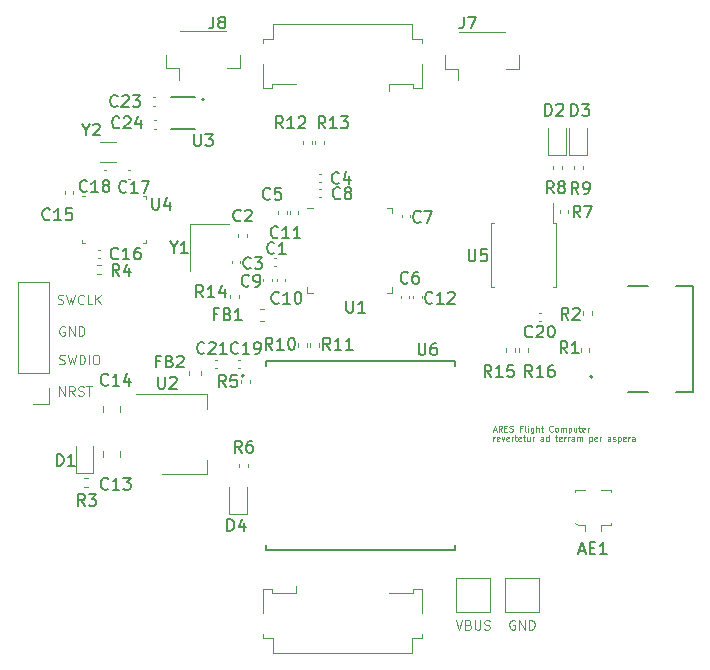
<source format=gbr>
%TF.GenerationSoftware,KiCad,Pcbnew,8.0.4*%
%TF.CreationDate,2024-10-05T19:20:08-05:00*%
%TF.ProjectId,ARES_FC,41524553-5f46-4432-9e6b-696361645f70,rev?*%
%TF.SameCoordinates,Original*%
%TF.FileFunction,Legend,Top*%
%TF.FilePolarity,Positive*%
%FSLAX46Y46*%
G04 Gerber Fmt 4.6, Leading zero omitted, Abs format (unit mm)*
G04 Created by KiCad (PCBNEW 8.0.4) date 2024-10-05 19:20:08*
%MOMM*%
%LPD*%
G01*
G04 APERTURE LIST*
%ADD10C,0.125000*%
%ADD11C,0.100000*%
%ADD12C,0.150000*%
%ADD13C,0.120000*%
%ADD14C,0.127000*%
%ADD15C,0.200000*%
G04 APERTURE END LIST*
D10*
X126476016Y-98514290D02*
X126399826Y-98476195D01*
X126399826Y-98476195D02*
X126285540Y-98476195D01*
X126285540Y-98476195D02*
X126171254Y-98514290D01*
X126171254Y-98514290D02*
X126095064Y-98590480D01*
X126095064Y-98590480D02*
X126056969Y-98666671D01*
X126056969Y-98666671D02*
X126018873Y-98819052D01*
X126018873Y-98819052D02*
X126018873Y-98933338D01*
X126018873Y-98933338D02*
X126056969Y-99085719D01*
X126056969Y-99085719D02*
X126095064Y-99161909D01*
X126095064Y-99161909D02*
X126171254Y-99238100D01*
X126171254Y-99238100D02*
X126285540Y-99276195D01*
X126285540Y-99276195D02*
X126361731Y-99276195D01*
X126361731Y-99276195D02*
X126476016Y-99238100D01*
X126476016Y-99238100D02*
X126514112Y-99200004D01*
X126514112Y-99200004D02*
X126514112Y-98933338D01*
X126514112Y-98933338D02*
X126361731Y-98933338D01*
X126856969Y-99276195D02*
X126856969Y-98476195D01*
X126856969Y-98476195D02*
X127314112Y-99276195D01*
X127314112Y-99276195D02*
X127314112Y-98476195D01*
X127695064Y-99276195D02*
X127695064Y-98476195D01*
X127695064Y-98476195D02*
X127885540Y-98476195D01*
X127885540Y-98476195D02*
X127999826Y-98514290D01*
X127999826Y-98514290D02*
X128076016Y-98590480D01*
X128076016Y-98590480D02*
X128114111Y-98666671D01*
X128114111Y-98666671D02*
X128152207Y-98819052D01*
X128152207Y-98819052D02*
X128152207Y-98933338D01*
X128152207Y-98933338D02*
X128114111Y-99085719D01*
X128114111Y-99085719D02*
X128076016Y-99161909D01*
X128076016Y-99161909D02*
X127999826Y-99238100D01*
X127999826Y-99238100D02*
X127885540Y-99276195D01*
X127885540Y-99276195D02*
X127695064Y-99276195D01*
X164591759Y-123383690D02*
X164515569Y-123345595D01*
X164515569Y-123345595D02*
X164401283Y-123345595D01*
X164401283Y-123345595D02*
X164286997Y-123383690D01*
X164286997Y-123383690D02*
X164210807Y-123459880D01*
X164210807Y-123459880D02*
X164172712Y-123536071D01*
X164172712Y-123536071D02*
X164134616Y-123688452D01*
X164134616Y-123688452D02*
X164134616Y-123802738D01*
X164134616Y-123802738D02*
X164172712Y-123955119D01*
X164172712Y-123955119D02*
X164210807Y-124031309D01*
X164210807Y-124031309D02*
X164286997Y-124107500D01*
X164286997Y-124107500D02*
X164401283Y-124145595D01*
X164401283Y-124145595D02*
X164477474Y-124145595D01*
X164477474Y-124145595D02*
X164591759Y-124107500D01*
X164591759Y-124107500D02*
X164629855Y-124069404D01*
X164629855Y-124069404D02*
X164629855Y-123802738D01*
X164629855Y-123802738D02*
X164477474Y-123802738D01*
X164972712Y-124145595D02*
X164972712Y-123345595D01*
X164972712Y-123345595D02*
X165429855Y-124145595D01*
X165429855Y-124145595D02*
X165429855Y-123345595D01*
X165810807Y-124145595D02*
X165810807Y-123345595D01*
X165810807Y-123345595D02*
X166001283Y-123345595D01*
X166001283Y-123345595D02*
X166115569Y-123383690D01*
X166115569Y-123383690D02*
X166191759Y-123459880D01*
X166191759Y-123459880D02*
X166229854Y-123536071D01*
X166229854Y-123536071D02*
X166267950Y-123688452D01*
X166267950Y-123688452D02*
X166267950Y-123802738D01*
X166267950Y-123802738D02*
X166229854Y-123955119D01*
X166229854Y-123955119D02*
X166191759Y-124031309D01*
X166191759Y-124031309D02*
X166115569Y-124107500D01*
X166115569Y-124107500D02*
X166001283Y-124145595D01*
X166001283Y-124145595D02*
X165810807Y-124145595D01*
X126025254Y-104356195D02*
X126025254Y-103556195D01*
X126025254Y-103556195D02*
X126482397Y-104356195D01*
X126482397Y-104356195D02*
X126482397Y-103556195D01*
X127320492Y-104356195D02*
X127053825Y-103975242D01*
X126863349Y-104356195D02*
X126863349Y-103556195D01*
X126863349Y-103556195D02*
X127168111Y-103556195D01*
X127168111Y-103556195D02*
X127244301Y-103594290D01*
X127244301Y-103594290D02*
X127282396Y-103632385D01*
X127282396Y-103632385D02*
X127320492Y-103708576D01*
X127320492Y-103708576D02*
X127320492Y-103822861D01*
X127320492Y-103822861D02*
X127282396Y-103899052D01*
X127282396Y-103899052D02*
X127244301Y-103937147D01*
X127244301Y-103937147D02*
X127168111Y-103975242D01*
X127168111Y-103975242D02*
X126863349Y-103975242D01*
X127625253Y-104318100D02*
X127739539Y-104356195D01*
X127739539Y-104356195D02*
X127930015Y-104356195D01*
X127930015Y-104356195D02*
X128006206Y-104318100D01*
X128006206Y-104318100D02*
X128044301Y-104280004D01*
X128044301Y-104280004D02*
X128082396Y-104203814D01*
X128082396Y-104203814D02*
X128082396Y-104127623D01*
X128082396Y-104127623D02*
X128044301Y-104051433D01*
X128044301Y-104051433D02*
X128006206Y-104013338D01*
X128006206Y-104013338D02*
X127930015Y-103975242D01*
X127930015Y-103975242D02*
X127777634Y-103937147D01*
X127777634Y-103937147D02*
X127701444Y-103899052D01*
X127701444Y-103899052D02*
X127663349Y-103860957D01*
X127663349Y-103860957D02*
X127625253Y-103784766D01*
X127625253Y-103784766D02*
X127625253Y-103708576D01*
X127625253Y-103708576D02*
X127663349Y-103632385D01*
X127663349Y-103632385D02*
X127701444Y-103594290D01*
X127701444Y-103594290D02*
X127777634Y-103556195D01*
X127777634Y-103556195D02*
X127968111Y-103556195D01*
X127968111Y-103556195D02*
X128082396Y-103594290D01*
X128310968Y-103556195D02*
X128768111Y-103556195D01*
X128539539Y-104356195D02*
X128539539Y-103556195D01*
D11*
X162761027Y-107235780D02*
X162999122Y-107235780D01*
X162713408Y-107378637D02*
X162880074Y-106878637D01*
X162880074Y-106878637D02*
X163046741Y-107378637D01*
X163499121Y-107378637D02*
X163332455Y-107140542D01*
X163213407Y-107378637D02*
X163213407Y-106878637D01*
X163213407Y-106878637D02*
X163403883Y-106878637D01*
X163403883Y-106878637D02*
X163451502Y-106902447D01*
X163451502Y-106902447D02*
X163475312Y-106926256D01*
X163475312Y-106926256D02*
X163499121Y-106973875D01*
X163499121Y-106973875D02*
X163499121Y-107045304D01*
X163499121Y-107045304D02*
X163475312Y-107092923D01*
X163475312Y-107092923D02*
X163451502Y-107116732D01*
X163451502Y-107116732D02*
X163403883Y-107140542D01*
X163403883Y-107140542D02*
X163213407Y-107140542D01*
X163713407Y-107116732D02*
X163880074Y-107116732D01*
X163951502Y-107378637D02*
X163713407Y-107378637D01*
X163713407Y-107378637D02*
X163713407Y-106878637D01*
X163713407Y-106878637D02*
X163951502Y-106878637D01*
X164141979Y-107354828D02*
X164213407Y-107378637D01*
X164213407Y-107378637D02*
X164332455Y-107378637D01*
X164332455Y-107378637D02*
X164380074Y-107354828D01*
X164380074Y-107354828D02*
X164403883Y-107331018D01*
X164403883Y-107331018D02*
X164427693Y-107283399D01*
X164427693Y-107283399D02*
X164427693Y-107235780D01*
X164427693Y-107235780D02*
X164403883Y-107188161D01*
X164403883Y-107188161D02*
X164380074Y-107164351D01*
X164380074Y-107164351D02*
X164332455Y-107140542D01*
X164332455Y-107140542D02*
X164237217Y-107116732D01*
X164237217Y-107116732D02*
X164189598Y-107092923D01*
X164189598Y-107092923D02*
X164165788Y-107069113D01*
X164165788Y-107069113D02*
X164141979Y-107021494D01*
X164141979Y-107021494D02*
X164141979Y-106973875D01*
X164141979Y-106973875D02*
X164165788Y-106926256D01*
X164165788Y-106926256D02*
X164189598Y-106902447D01*
X164189598Y-106902447D02*
X164237217Y-106878637D01*
X164237217Y-106878637D02*
X164356264Y-106878637D01*
X164356264Y-106878637D02*
X164427693Y-106902447D01*
X165189597Y-107116732D02*
X165022930Y-107116732D01*
X165022930Y-107378637D02*
X165022930Y-106878637D01*
X165022930Y-106878637D02*
X165261025Y-106878637D01*
X165522930Y-107378637D02*
X165475311Y-107354828D01*
X165475311Y-107354828D02*
X165451501Y-107307208D01*
X165451501Y-107307208D02*
X165451501Y-106878637D01*
X165713406Y-107378637D02*
X165713406Y-107045304D01*
X165713406Y-106878637D02*
X165689597Y-106902447D01*
X165689597Y-106902447D02*
X165713406Y-106926256D01*
X165713406Y-106926256D02*
X165737216Y-106902447D01*
X165737216Y-106902447D02*
X165713406Y-106878637D01*
X165713406Y-106878637D02*
X165713406Y-106926256D01*
X166165787Y-107045304D02*
X166165787Y-107450066D01*
X166165787Y-107450066D02*
X166141977Y-107497685D01*
X166141977Y-107497685D02*
X166118168Y-107521494D01*
X166118168Y-107521494D02*
X166070549Y-107545304D01*
X166070549Y-107545304D02*
X165999120Y-107545304D01*
X165999120Y-107545304D02*
X165951501Y-107521494D01*
X166165787Y-107354828D02*
X166118168Y-107378637D01*
X166118168Y-107378637D02*
X166022930Y-107378637D01*
X166022930Y-107378637D02*
X165975311Y-107354828D01*
X165975311Y-107354828D02*
X165951501Y-107331018D01*
X165951501Y-107331018D02*
X165927692Y-107283399D01*
X165927692Y-107283399D02*
X165927692Y-107140542D01*
X165927692Y-107140542D02*
X165951501Y-107092923D01*
X165951501Y-107092923D02*
X165975311Y-107069113D01*
X165975311Y-107069113D02*
X166022930Y-107045304D01*
X166022930Y-107045304D02*
X166118168Y-107045304D01*
X166118168Y-107045304D02*
X166165787Y-107069113D01*
X166403882Y-107378637D02*
X166403882Y-106878637D01*
X166618168Y-107378637D02*
X166618168Y-107116732D01*
X166618168Y-107116732D02*
X166594358Y-107069113D01*
X166594358Y-107069113D02*
X166546739Y-107045304D01*
X166546739Y-107045304D02*
X166475311Y-107045304D01*
X166475311Y-107045304D02*
X166427692Y-107069113D01*
X166427692Y-107069113D02*
X166403882Y-107092923D01*
X166784835Y-107045304D02*
X166975311Y-107045304D01*
X166856263Y-106878637D02*
X166856263Y-107307208D01*
X166856263Y-107307208D02*
X166880073Y-107354828D01*
X166880073Y-107354828D02*
X166927692Y-107378637D01*
X166927692Y-107378637D02*
X166975311Y-107378637D01*
X167808643Y-107331018D02*
X167784834Y-107354828D01*
X167784834Y-107354828D02*
X167713405Y-107378637D01*
X167713405Y-107378637D02*
X167665786Y-107378637D01*
X167665786Y-107378637D02*
X167594358Y-107354828D01*
X167594358Y-107354828D02*
X167546739Y-107307208D01*
X167546739Y-107307208D02*
X167522929Y-107259589D01*
X167522929Y-107259589D02*
X167499120Y-107164351D01*
X167499120Y-107164351D02*
X167499120Y-107092923D01*
X167499120Y-107092923D02*
X167522929Y-106997685D01*
X167522929Y-106997685D02*
X167546739Y-106950066D01*
X167546739Y-106950066D02*
X167594358Y-106902447D01*
X167594358Y-106902447D02*
X167665786Y-106878637D01*
X167665786Y-106878637D02*
X167713405Y-106878637D01*
X167713405Y-106878637D02*
X167784834Y-106902447D01*
X167784834Y-106902447D02*
X167808643Y-106926256D01*
X168094358Y-107378637D02*
X168046739Y-107354828D01*
X168046739Y-107354828D02*
X168022929Y-107331018D01*
X168022929Y-107331018D02*
X167999120Y-107283399D01*
X167999120Y-107283399D02*
X167999120Y-107140542D01*
X167999120Y-107140542D02*
X168022929Y-107092923D01*
X168022929Y-107092923D02*
X168046739Y-107069113D01*
X168046739Y-107069113D02*
X168094358Y-107045304D01*
X168094358Y-107045304D02*
X168165786Y-107045304D01*
X168165786Y-107045304D02*
X168213405Y-107069113D01*
X168213405Y-107069113D02*
X168237215Y-107092923D01*
X168237215Y-107092923D02*
X168261024Y-107140542D01*
X168261024Y-107140542D02*
X168261024Y-107283399D01*
X168261024Y-107283399D02*
X168237215Y-107331018D01*
X168237215Y-107331018D02*
X168213405Y-107354828D01*
X168213405Y-107354828D02*
X168165786Y-107378637D01*
X168165786Y-107378637D02*
X168094358Y-107378637D01*
X168475310Y-107378637D02*
X168475310Y-107045304D01*
X168475310Y-107092923D02*
X168499120Y-107069113D01*
X168499120Y-107069113D02*
X168546739Y-107045304D01*
X168546739Y-107045304D02*
X168618167Y-107045304D01*
X168618167Y-107045304D02*
X168665786Y-107069113D01*
X168665786Y-107069113D02*
X168689596Y-107116732D01*
X168689596Y-107116732D02*
X168689596Y-107378637D01*
X168689596Y-107116732D02*
X168713405Y-107069113D01*
X168713405Y-107069113D02*
X168761024Y-107045304D01*
X168761024Y-107045304D02*
X168832453Y-107045304D01*
X168832453Y-107045304D02*
X168880072Y-107069113D01*
X168880072Y-107069113D02*
X168903882Y-107116732D01*
X168903882Y-107116732D02*
X168903882Y-107378637D01*
X169141977Y-107045304D02*
X169141977Y-107545304D01*
X169141977Y-107069113D02*
X169189596Y-107045304D01*
X169189596Y-107045304D02*
X169284834Y-107045304D01*
X169284834Y-107045304D02*
X169332453Y-107069113D01*
X169332453Y-107069113D02*
X169356263Y-107092923D01*
X169356263Y-107092923D02*
X169380072Y-107140542D01*
X169380072Y-107140542D02*
X169380072Y-107283399D01*
X169380072Y-107283399D02*
X169356263Y-107331018D01*
X169356263Y-107331018D02*
X169332453Y-107354828D01*
X169332453Y-107354828D02*
X169284834Y-107378637D01*
X169284834Y-107378637D02*
X169189596Y-107378637D01*
X169189596Y-107378637D02*
X169141977Y-107354828D01*
X169808644Y-107045304D02*
X169808644Y-107378637D01*
X169594358Y-107045304D02*
X169594358Y-107307208D01*
X169594358Y-107307208D02*
X169618168Y-107354828D01*
X169618168Y-107354828D02*
X169665787Y-107378637D01*
X169665787Y-107378637D02*
X169737215Y-107378637D01*
X169737215Y-107378637D02*
X169784834Y-107354828D01*
X169784834Y-107354828D02*
X169808644Y-107331018D01*
X169975311Y-107045304D02*
X170165787Y-107045304D01*
X170046739Y-106878637D02*
X170046739Y-107307208D01*
X170046739Y-107307208D02*
X170070549Y-107354828D01*
X170070549Y-107354828D02*
X170118168Y-107378637D01*
X170118168Y-107378637D02*
X170165787Y-107378637D01*
X170522929Y-107354828D02*
X170475310Y-107378637D01*
X170475310Y-107378637D02*
X170380072Y-107378637D01*
X170380072Y-107378637D02*
X170332453Y-107354828D01*
X170332453Y-107354828D02*
X170308644Y-107307208D01*
X170308644Y-107307208D02*
X170308644Y-107116732D01*
X170308644Y-107116732D02*
X170332453Y-107069113D01*
X170332453Y-107069113D02*
X170380072Y-107045304D01*
X170380072Y-107045304D02*
X170475310Y-107045304D01*
X170475310Y-107045304D02*
X170522929Y-107069113D01*
X170522929Y-107069113D02*
X170546739Y-107116732D01*
X170546739Y-107116732D02*
X170546739Y-107164351D01*
X170546739Y-107164351D02*
X170308644Y-107211970D01*
X170761024Y-107378637D02*
X170761024Y-107045304D01*
X170761024Y-107140542D02*
X170784834Y-107092923D01*
X170784834Y-107092923D02*
X170808643Y-107069113D01*
X170808643Y-107069113D02*
X170856262Y-107045304D01*
X170856262Y-107045304D02*
X170903881Y-107045304D01*
X162784836Y-108183609D02*
X162784836Y-107850276D01*
X162784836Y-107945514D02*
X162808646Y-107897895D01*
X162808646Y-107897895D02*
X162832455Y-107874085D01*
X162832455Y-107874085D02*
X162880074Y-107850276D01*
X162880074Y-107850276D02*
X162927693Y-107850276D01*
X163284836Y-108159800D02*
X163237217Y-108183609D01*
X163237217Y-108183609D02*
X163141979Y-108183609D01*
X163141979Y-108183609D02*
X163094360Y-108159800D01*
X163094360Y-108159800D02*
X163070551Y-108112180D01*
X163070551Y-108112180D02*
X163070551Y-107921704D01*
X163070551Y-107921704D02*
X163094360Y-107874085D01*
X163094360Y-107874085D02*
X163141979Y-107850276D01*
X163141979Y-107850276D02*
X163237217Y-107850276D01*
X163237217Y-107850276D02*
X163284836Y-107874085D01*
X163284836Y-107874085D02*
X163308646Y-107921704D01*
X163308646Y-107921704D02*
X163308646Y-107969323D01*
X163308646Y-107969323D02*
X163070551Y-108016942D01*
X163475312Y-107850276D02*
X163594360Y-108183609D01*
X163594360Y-108183609D02*
X163713407Y-107850276D01*
X164094359Y-108159800D02*
X164046740Y-108183609D01*
X164046740Y-108183609D02*
X163951502Y-108183609D01*
X163951502Y-108183609D02*
X163903883Y-108159800D01*
X163903883Y-108159800D02*
X163880074Y-108112180D01*
X163880074Y-108112180D02*
X163880074Y-107921704D01*
X163880074Y-107921704D02*
X163903883Y-107874085D01*
X163903883Y-107874085D02*
X163951502Y-107850276D01*
X163951502Y-107850276D02*
X164046740Y-107850276D01*
X164046740Y-107850276D02*
X164094359Y-107874085D01*
X164094359Y-107874085D02*
X164118169Y-107921704D01*
X164118169Y-107921704D02*
X164118169Y-107969323D01*
X164118169Y-107969323D02*
X163880074Y-108016942D01*
X164332454Y-108183609D02*
X164332454Y-107850276D01*
X164332454Y-107945514D02*
X164356264Y-107897895D01*
X164356264Y-107897895D02*
X164380073Y-107874085D01*
X164380073Y-107874085D02*
X164427692Y-107850276D01*
X164427692Y-107850276D02*
X164475311Y-107850276D01*
X164570550Y-107850276D02*
X164761026Y-107850276D01*
X164641978Y-107683609D02*
X164641978Y-108112180D01*
X164641978Y-108112180D02*
X164665788Y-108159800D01*
X164665788Y-108159800D02*
X164713407Y-108183609D01*
X164713407Y-108183609D02*
X164761026Y-108183609D01*
X165118168Y-108159800D02*
X165070549Y-108183609D01*
X165070549Y-108183609D02*
X164975311Y-108183609D01*
X164975311Y-108183609D02*
X164927692Y-108159800D01*
X164927692Y-108159800D02*
X164903883Y-108112180D01*
X164903883Y-108112180D02*
X164903883Y-107921704D01*
X164903883Y-107921704D02*
X164927692Y-107874085D01*
X164927692Y-107874085D02*
X164975311Y-107850276D01*
X164975311Y-107850276D02*
X165070549Y-107850276D01*
X165070549Y-107850276D02*
X165118168Y-107874085D01*
X165118168Y-107874085D02*
X165141978Y-107921704D01*
X165141978Y-107921704D02*
X165141978Y-107969323D01*
X165141978Y-107969323D02*
X164903883Y-108016942D01*
X165284835Y-107850276D02*
X165475311Y-107850276D01*
X165356263Y-107683609D02*
X165356263Y-108112180D01*
X165356263Y-108112180D02*
X165380073Y-108159800D01*
X165380073Y-108159800D02*
X165427692Y-108183609D01*
X165427692Y-108183609D02*
X165475311Y-108183609D01*
X165856263Y-107850276D02*
X165856263Y-108183609D01*
X165641977Y-107850276D02*
X165641977Y-108112180D01*
X165641977Y-108112180D02*
X165665787Y-108159800D01*
X165665787Y-108159800D02*
X165713406Y-108183609D01*
X165713406Y-108183609D02*
X165784834Y-108183609D01*
X165784834Y-108183609D02*
X165832453Y-108159800D01*
X165832453Y-108159800D02*
X165856263Y-108135990D01*
X166094358Y-108183609D02*
X166094358Y-107850276D01*
X166094358Y-107945514D02*
X166118168Y-107897895D01*
X166118168Y-107897895D02*
X166141977Y-107874085D01*
X166141977Y-107874085D02*
X166189596Y-107850276D01*
X166189596Y-107850276D02*
X166237215Y-107850276D01*
X166999120Y-108183609D02*
X166999120Y-107921704D01*
X166999120Y-107921704D02*
X166975310Y-107874085D01*
X166975310Y-107874085D02*
X166927691Y-107850276D01*
X166927691Y-107850276D02*
X166832453Y-107850276D01*
X166832453Y-107850276D02*
X166784834Y-107874085D01*
X166999120Y-108159800D02*
X166951501Y-108183609D01*
X166951501Y-108183609D02*
X166832453Y-108183609D01*
X166832453Y-108183609D02*
X166784834Y-108159800D01*
X166784834Y-108159800D02*
X166761025Y-108112180D01*
X166761025Y-108112180D02*
X166761025Y-108064561D01*
X166761025Y-108064561D02*
X166784834Y-108016942D01*
X166784834Y-108016942D02*
X166832453Y-107993133D01*
X166832453Y-107993133D02*
X166951501Y-107993133D01*
X166951501Y-107993133D02*
X166999120Y-107969323D01*
X167451501Y-108183609D02*
X167451501Y-107683609D01*
X167451501Y-108159800D02*
X167403882Y-108183609D01*
X167403882Y-108183609D02*
X167308644Y-108183609D01*
X167308644Y-108183609D02*
X167261025Y-108159800D01*
X167261025Y-108159800D02*
X167237215Y-108135990D01*
X167237215Y-108135990D02*
X167213406Y-108088371D01*
X167213406Y-108088371D02*
X167213406Y-107945514D01*
X167213406Y-107945514D02*
X167237215Y-107897895D01*
X167237215Y-107897895D02*
X167261025Y-107874085D01*
X167261025Y-107874085D02*
X167308644Y-107850276D01*
X167308644Y-107850276D02*
X167403882Y-107850276D01*
X167403882Y-107850276D02*
X167451501Y-107874085D01*
X167999120Y-107850276D02*
X168189596Y-107850276D01*
X168070548Y-107683609D02*
X168070548Y-108112180D01*
X168070548Y-108112180D02*
X168094358Y-108159800D01*
X168094358Y-108159800D02*
X168141977Y-108183609D01*
X168141977Y-108183609D02*
X168189596Y-108183609D01*
X168546738Y-108159800D02*
X168499119Y-108183609D01*
X168499119Y-108183609D02*
X168403881Y-108183609D01*
X168403881Y-108183609D02*
X168356262Y-108159800D01*
X168356262Y-108159800D02*
X168332453Y-108112180D01*
X168332453Y-108112180D02*
X168332453Y-107921704D01*
X168332453Y-107921704D02*
X168356262Y-107874085D01*
X168356262Y-107874085D02*
X168403881Y-107850276D01*
X168403881Y-107850276D02*
X168499119Y-107850276D01*
X168499119Y-107850276D02*
X168546738Y-107874085D01*
X168546738Y-107874085D02*
X168570548Y-107921704D01*
X168570548Y-107921704D02*
X168570548Y-107969323D01*
X168570548Y-107969323D02*
X168332453Y-108016942D01*
X168784833Y-108183609D02*
X168784833Y-107850276D01*
X168784833Y-107945514D02*
X168808643Y-107897895D01*
X168808643Y-107897895D02*
X168832452Y-107874085D01*
X168832452Y-107874085D02*
X168880071Y-107850276D01*
X168880071Y-107850276D02*
X168927690Y-107850276D01*
X169094357Y-108183609D02*
X169094357Y-107850276D01*
X169094357Y-107945514D02*
X169118167Y-107897895D01*
X169118167Y-107897895D02*
X169141976Y-107874085D01*
X169141976Y-107874085D02*
X169189595Y-107850276D01*
X169189595Y-107850276D02*
X169237214Y-107850276D01*
X169618167Y-108183609D02*
X169618167Y-107921704D01*
X169618167Y-107921704D02*
X169594357Y-107874085D01*
X169594357Y-107874085D02*
X169546738Y-107850276D01*
X169546738Y-107850276D02*
X169451500Y-107850276D01*
X169451500Y-107850276D02*
X169403881Y-107874085D01*
X169618167Y-108159800D02*
X169570548Y-108183609D01*
X169570548Y-108183609D02*
X169451500Y-108183609D01*
X169451500Y-108183609D02*
X169403881Y-108159800D01*
X169403881Y-108159800D02*
X169380072Y-108112180D01*
X169380072Y-108112180D02*
X169380072Y-108064561D01*
X169380072Y-108064561D02*
X169403881Y-108016942D01*
X169403881Y-108016942D02*
X169451500Y-107993133D01*
X169451500Y-107993133D02*
X169570548Y-107993133D01*
X169570548Y-107993133D02*
X169618167Y-107969323D01*
X169856262Y-108183609D02*
X169856262Y-107850276D01*
X169856262Y-107897895D02*
X169880072Y-107874085D01*
X169880072Y-107874085D02*
X169927691Y-107850276D01*
X169927691Y-107850276D02*
X169999119Y-107850276D01*
X169999119Y-107850276D02*
X170046738Y-107874085D01*
X170046738Y-107874085D02*
X170070548Y-107921704D01*
X170070548Y-107921704D02*
X170070548Y-108183609D01*
X170070548Y-107921704D02*
X170094357Y-107874085D01*
X170094357Y-107874085D02*
X170141976Y-107850276D01*
X170141976Y-107850276D02*
X170213405Y-107850276D01*
X170213405Y-107850276D02*
X170261024Y-107874085D01*
X170261024Y-107874085D02*
X170284834Y-107921704D01*
X170284834Y-107921704D02*
X170284834Y-108183609D01*
X170903881Y-107850276D02*
X170903881Y-108350276D01*
X170903881Y-107874085D02*
X170951500Y-107850276D01*
X170951500Y-107850276D02*
X171046738Y-107850276D01*
X171046738Y-107850276D02*
X171094357Y-107874085D01*
X171094357Y-107874085D02*
X171118167Y-107897895D01*
X171118167Y-107897895D02*
X171141976Y-107945514D01*
X171141976Y-107945514D02*
X171141976Y-108088371D01*
X171141976Y-108088371D02*
X171118167Y-108135990D01*
X171118167Y-108135990D02*
X171094357Y-108159800D01*
X171094357Y-108159800D02*
X171046738Y-108183609D01*
X171046738Y-108183609D02*
X170951500Y-108183609D01*
X170951500Y-108183609D02*
X170903881Y-108159800D01*
X171546738Y-108159800D02*
X171499119Y-108183609D01*
X171499119Y-108183609D02*
X171403881Y-108183609D01*
X171403881Y-108183609D02*
X171356262Y-108159800D01*
X171356262Y-108159800D02*
X171332453Y-108112180D01*
X171332453Y-108112180D02*
X171332453Y-107921704D01*
X171332453Y-107921704D02*
X171356262Y-107874085D01*
X171356262Y-107874085D02*
X171403881Y-107850276D01*
X171403881Y-107850276D02*
X171499119Y-107850276D01*
X171499119Y-107850276D02*
X171546738Y-107874085D01*
X171546738Y-107874085D02*
X171570548Y-107921704D01*
X171570548Y-107921704D02*
X171570548Y-107969323D01*
X171570548Y-107969323D02*
X171332453Y-108016942D01*
X171784833Y-108183609D02*
X171784833Y-107850276D01*
X171784833Y-107945514D02*
X171808643Y-107897895D01*
X171808643Y-107897895D02*
X171832452Y-107874085D01*
X171832452Y-107874085D02*
X171880071Y-107850276D01*
X171880071Y-107850276D02*
X171927690Y-107850276D01*
X172689595Y-108183609D02*
X172689595Y-107921704D01*
X172689595Y-107921704D02*
X172665785Y-107874085D01*
X172665785Y-107874085D02*
X172618166Y-107850276D01*
X172618166Y-107850276D02*
X172522928Y-107850276D01*
X172522928Y-107850276D02*
X172475309Y-107874085D01*
X172689595Y-108159800D02*
X172641976Y-108183609D01*
X172641976Y-108183609D02*
X172522928Y-108183609D01*
X172522928Y-108183609D02*
X172475309Y-108159800D01*
X172475309Y-108159800D02*
X172451500Y-108112180D01*
X172451500Y-108112180D02*
X172451500Y-108064561D01*
X172451500Y-108064561D02*
X172475309Y-108016942D01*
X172475309Y-108016942D02*
X172522928Y-107993133D01*
X172522928Y-107993133D02*
X172641976Y-107993133D01*
X172641976Y-107993133D02*
X172689595Y-107969323D01*
X172903881Y-108159800D02*
X172951500Y-108183609D01*
X172951500Y-108183609D02*
X173046738Y-108183609D01*
X173046738Y-108183609D02*
X173094357Y-108159800D01*
X173094357Y-108159800D02*
X173118166Y-108112180D01*
X173118166Y-108112180D02*
X173118166Y-108088371D01*
X173118166Y-108088371D02*
X173094357Y-108040752D01*
X173094357Y-108040752D02*
X173046738Y-108016942D01*
X173046738Y-108016942D02*
X172975309Y-108016942D01*
X172975309Y-108016942D02*
X172927690Y-107993133D01*
X172927690Y-107993133D02*
X172903881Y-107945514D01*
X172903881Y-107945514D02*
X172903881Y-107921704D01*
X172903881Y-107921704D02*
X172927690Y-107874085D01*
X172927690Y-107874085D02*
X172975309Y-107850276D01*
X172975309Y-107850276D02*
X173046738Y-107850276D01*
X173046738Y-107850276D02*
X173094357Y-107874085D01*
X173332452Y-107850276D02*
X173332452Y-108350276D01*
X173332452Y-107874085D02*
X173380071Y-107850276D01*
X173380071Y-107850276D02*
X173475309Y-107850276D01*
X173475309Y-107850276D02*
X173522928Y-107874085D01*
X173522928Y-107874085D02*
X173546738Y-107897895D01*
X173546738Y-107897895D02*
X173570547Y-107945514D01*
X173570547Y-107945514D02*
X173570547Y-108088371D01*
X173570547Y-108088371D02*
X173546738Y-108135990D01*
X173546738Y-108135990D02*
X173522928Y-108159800D01*
X173522928Y-108159800D02*
X173475309Y-108183609D01*
X173475309Y-108183609D02*
X173380071Y-108183609D01*
X173380071Y-108183609D02*
X173332452Y-108159800D01*
X173975309Y-108159800D02*
X173927690Y-108183609D01*
X173927690Y-108183609D02*
X173832452Y-108183609D01*
X173832452Y-108183609D02*
X173784833Y-108159800D01*
X173784833Y-108159800D02*
X173761024Y-108112180D01*
X173761024Y-108112180D02*
X173761024Y-107921704D01*
X173761024Y-107921704D02*
X173784833Y-107874085D01*
X173784833Y-107874085D02*
X173832452Y-107850276D01*
X173832452Y-107850276D02*
X173927690Y-107850276D01*
X173927690Y-107850276D02*
X173975309Y-107874085D01*
X173975309Y-107874085D02*
X173999119Y-107921704D01*
X173999119Y-107921704D02*
X173999119Y-107969323D01*
X173999119Y-107969323D02*
X173761024Y-108016942D01*
X174213404Y-108183609D02*
X174213404Y-107850276D01*
X174213404Y-107945514D02*
X174237214Y-107897895D01*
X174237214Y-107897895D02*
X174261023Y-107874085D01*
X174261023Y-107874085D02*
X174308642Y-107850276D01*
X174308642Y-107850276D02*
X174356261Y-107850276D01*
X174737214Y-108183609D02*
X174737214Y-107921704D01*
X174737214Y-107921704D02*
X174713404Y-107874085D01*
X174713404Y-107874085D02*
X174665785Y-107850276D01*
X174665785Y-107850276D02*
X174570547Y-107850276D01*
X174570547Y-107850276D02*
X174522928Y-107874085D01*
X174737214Y-108159800D02*
X174689595Y-108183609D01*
X174689595Y-108183609D02*
X174570547Y-108183609D01*
X174570547Y-108183609D02*
X174522928Y-108159800D01*
X174522928Y-108159800D02*
X174499119Y-108112180D01*
X174499119Y-108112180D02*
X174499119Y-108064561D01*
X174499119Y-108064561D02*
X174522928Y-108016942D01*
X174522928Y-108016942D02*
X174570547Y-107993133D01*
X174570547Y-107993133D02*
X174689595Y-107993133D01*
X174689595Y-107993133D02*
X174737214Y-107969323D01*
D10*
X125911015Y-96571100D02*
X126025301Y-96609195D01*
X126025301Y-96609195D02*
X126215777Y-96609195D01*
X126215777Y-96609195D02*
X126291968Y-96571100D01*
X126291968Y-96571100D02*
X126330063Y-96533004D01*
X126330063Y-96533004D02*
X126368158Y-96456814D01*
X126368158Y-96456814D02*
X126368158Y-96380623D01*
X126368158Y-96380623D02*
X126330063Y-96304433D01*
X126330063Y-96304433D02*
X126291968Y-96266338D01*
X126291968Y-96266338D02*
X126215777Y-96228242D01*
X126215777Y-96228242D02*
X126063396Y-96190147D01*
X126063396Y-96190147D02*
X125987206Y-96152052D01*
X125987206Y-96152052D02*
X125949111Y-96113957D01*
X125949111Y-96113957D02*
X125911015Y-96037766D01*
X125911015Y-96037766D02*
X125911015Y-95961576D01*
X125911015Y-95961576D02*
X125949111Y-95885385D01*
X125949111Y-95885385D02*
X125987206Y-95847290D01*
X125987206Y-95847290D02*
X126063396Y-95809195D01*
X126063396Y-95809195D02*
X126253873Y-95809195D01*
X126253873Y-95809195D02*
X126368158Y-95847290D01*
X126634825Y-95809195D02*
X126825301Y-96609195D01*
X126825301Y-96609195D02*
X126977682Y-96037766D01*
X126977682Y-96037766D02*
X127130063Y-96609195D01*
X127130063Y-96609195D02*
X127320540Y-95809195D01*
X128082445Y-96533004D02*
X128044349Y-96571100D01*
X128044349Y-96571100D02*
X127930064Y-96609195D01*
X127930064Y-96609195D02*
X127853873Y-96609195D01*
X127853873Y-96609195D02*
X127739587Y-96571100D01*
X127739587Y-96571100D02*
X127663397Y-96494909D01*
X127663397Y-96494909D02*
X127625302Y-96418719D01*
X127625302Y-96418719D02*
X127587206Y-96266338D01*
X127587206Y-96266338D02*
X127587206Y-96152052D01*
X127587206Y-96152052D02*
X127625302Y-95999671D01*
X127625302Y-95999671D02*
X127663397Y-95923480D01*
X127663397Y-95923480D02*
X127739587Y-95847290D01*
X127739587Y-95847290D02*
X127853873Y-95809195D01*
X127853873Y-95809195D02*
X127930064Y-95809195D01*
X127930064Y-95809195D02*
X128044349Y-95847290D01*
X128044349Y-95847290D02*
X128082445Y-95885385D01*
X128806254Y-96609195D02*
X128425302Y-96609195D01*
X128425302Y-96609195D02*
X128425302Y-95809195D01*
X129072921Y-96609195D02*
X129072921Y-95809195D01*
X129530064Y-96609195D02*
X129187206Y-96152052D01*
X129530064Y-95809195D02*
X129072921Y-96266338D01*
X159613426Y-123345595D02*
X159880093Y-124145595D01*
X159880093Y-124145595D02*
X160146759Y-123345595D01*
X160680092Y-123726547D02*
X160794378Y-123764642D01*
X160794378Y-123764642D02*
X160832473Y-123802738D01*
X160832473Y-123802738D02*
X160870569Y-123878928D01*
X160870569Y-123878928D02*
X160870569Y-123993214D01*
X160870569Y-123993214D02*
X160832473Y-124069404D01*
X160832473Y-124069404D02*
X160794378Y-124107500D01*
X160794378Y-124107500D02*
X160718188Y-124145595D01*
X160718188Y-124145595D02*
X160413426Y-124145595D01*
X160413426Y-124145595D02*
X160413426Y-123345595D01*
X160413426Y-123345595D02*
X160680092Y-123345595D01*
X160680092Y-123345595D02*
X160756283Y-123383690D01*
X160756283Y-123383690D02*
X160794378Y-123421785D01*
X160794378Y-123421785D02*
X160832473Y-123497976D01*
X160832473Y-123497976D02*
X160832473Y-123574166D01*
X160832473Y-123574166D02*
X160794378Y-123650357D01*
X160794378Y-123650357D02*
X160756283Y-123688452D01*
X160756283Y-123688452D02*
X160680092Y-123726547D01*
X160680092Y-123726547D02*
X160413426Y-123726547D01*
X161213426Y-123345595D02*
X161213426Y-123993214D01*
X161213426Y-123993214D02*
X161251521Y-124069404D01*
X161251521Y-124069404D02*
X161289616Y-124107500D01*
X161289616Y-124107500D02*
X161365807Y-124145595D01*
X161365807Y-124145595D02*
X161518188Y-124145595D01*
X161518188Y-124145595D02*
X161594378Y-124107500D01*
X161594378Y-124107500D02*
X161632473Y-124069404D01*
X161632473Y-124069404D02*
X161670569Y-123993214D01*
X161670569Y-123993214D02*
X161670569Y-123345595D01*
X162013425Y-124107500D02*
X162127711Y-124145595D01*
X162127711Y-124145595D02*
X162318187Y-124145595D01*
X162318187Y-124145595D02*
X162394378Y-124107500D01*
X162394378Y-124107500D02*
X162432473Y-124069404D01*
X162432473Y-124069404D02*
X162470568Y-123993214D01*
X162470568Y-123993214D02*
X162470568Y-123917023D01*
X162470568Y-123917023D02*
X162432473Y-123840833D01*
X162432473Y-123840833D02*
X162394378Y-123802738D01*
X162394378Y-123802738D02*
X162318187Y-123764642D01*
X162318187Y-123764642D02*
X162165806Y-123726547D01*
X162165806Y-123726547D02*
X162089616Y-123688452D01*
X162089616Y-123688452D02*
X162051521Y-123650357D01*
X162051521Y-123650357D02*
X162013425Y-123574166D01*
X162013425Y-123574166D02*
X162013425Y-123497976D01*
X162013425Y-123497976D02*
X162051521Y-123421785D01*
X162051521Y-123421785D02*
X162089616Y-123383690D01*
X162089616Y-123383690D02*
X162165806Y-123345595D01*
X162165806Y-123345595D02*
X162356283Y-123345595D01*
X162356283Y-123345595D02*
X162470568Y-123383690D01*
X126025301Y-101651100D02*
X126139587Y-101689195D01*
X126139587Y-101689195D02*
X126330063Y-101689195D01*
X126330063Y-101689195D02*
X126406254Y-101651100D01*
X126406254Y-101651100D02*
X126444349Y-101613004D01*
X126444349Y-101613004D02*
X126482444Y-101536814D01*
X126482444Y-101536814D02*
X126482444Y-101460623D01*
X126482444Y-101460623D02*
X126444349Y-101384433D01*
X126444349Y-101384433D02*
X126406254Y-101346338D01*
X126406254Y-101346338D02*
X126330063Y-101308242D01*
X126330063Y-101308242D02*
X126177682Y-101270147D01*
X126177682Y-101270147D02*
X126101492Y-101232052D01*
X126101492Y-101232052D02*
X126063397Y-101193957D01*
X126063397Y-101193957D02*
X126025301Y-101117766D01*
X126025301Y-101117766D02*
X126025301Y-101041576D01*
X126025301Y-101041576D02*
X126063397Y-100965385D01*
X126063397Y-100965385D02*
X126101492Y-100927290D01*
X126101492Y-100927290D02*
X126177682Y-100889195D01*
X126177682Y-100889195D02*
X126368159Y-100889195D01*
X126368159Y-100889195D02*
X126482444Y-100927290D01*
X126749111Y-100889195D02*
X126939587Y-101689195D01*
X126939587Y-101689195D02*
X127091968Y-101117766D01*
X127091968Y-101117766D02*
X127244349Y-101689195D01*
X127244349Y-101689195D02*
X127434826Y-100889195D01*
X127739588Y-101689195D02*
X127739588Y-100889195D01*
X127739588Y-100889195D02*
X127930064Y-100889195D01*
X127930064Y-100889195D02*
X128044350Y-100927290D01*
X128044350Y-100927290D02*
X128120540Y-101003480D01*
X128120540Y-101003480D02*
X128158635Y-101079671D01*
X128158635Y-101079671D02*
X128196731Y-101232052D01*
X128196731Y-101232052D02*
X128196731Y-101346338D01*
X128196731Y-101346338D02*
X128158635Y-101498719D01*
X128158635Y-101498719D02*
X128120540Y-101574909D01*
X128120540Y-101574909D02*
X128044350Y-101651100D01*
X128044350Y-101651100D02*
X127930064Y-101689195D01*
X127930064Y-101689195D02*
X127739588Y-101689195D01*
X128539588Y-101689195D02*
X128539588Y-100889195D01*
X129072921Y-100889195D02*
X129225302Y-100889195D01*
X129225302Y-100889195D02*
X129301492Y-100927290D01*
X129301492Y-100927290D02*
X129377683Y-101003480D01*
X129377683Y-101003480D02*
X129415778Y-101155861D01*
X129415778Y-101155861D02*
X129415778Y-101422528D01*
X129415778Y-101422528D02*
X129377683Y-101574909D01*
X129377683Y-101574909D02*
X129301492Y-101651100D01*
X129301492Y-101651100D02*
X129225302Y-101689195D01*
X129225302Y-101689195D02*
X129072921Y-101689195D01*
X129072921Y-101689195D02*
X128996730Y-101651100D01*
X128996730Y-101651100D02*
X128920540Y-101574909D01*
X128920540Y-101574909D02*
X128882444Y-101422528D01*
X128882444Y-101422528D02*
X128882444Y-101155861D01*
X128882444Y-101155861D02*
X128920540Y-101003480D01*
X128920540Y-101003480D02*
X128996730Y-100927290D01*
X128996730Y-100927290D02*
X129072921Y-100889195D01*
D12*
X144607142Y-96459580D02*
X144559523Y-96507200D01*
X144559523Y-96507200D02*
X144416666Y-96554819D01*
X144416666Y-96554819D02*
X144321428Y-96554819D01*
X144321428Y-96554819D02*
X144178571Y-96507200D01*
X144178571Y-96507200D02*
X144083333Y-96411961D01*
X144083333Y-96411961D02*
X144035714Y-96316723D01*
X144035714Y-96316723D02*
X143988095Y-96126247D01*
X143988095Y-96126247D02*
X143988095Y-95983390D01*
X143988095Y-95983390D02*
X144035714Y-95792914D01*
X144035714Y-95792914D02*
X144083333Y-95697676D01*
X144083333Y-95697676D02*
X144178571Y-95602438D01*
X144178571Y-95602438D02*
X144321428Y-95554819D01*
X144321428Y-95554819D02*
X144416666Y-95554819D01*
X144416666Y-95554819D02*
X144559523Y-95602438D01*
X144559523Y-95602438D02*
X144607142Y-95650057D01*
X145559523Y-96554819D02*
X144988095Y-96554819D01*
X145273809Y-96554819D02*
X145273809Y-95554819D01*
X145273809Y-95554819D02*
X145178571Y-95697676D01*
X145178571Y-95697676D02*
X145083333Y-95792914D01*
X145083333Y-95792914D02*
X144988095Y-95840533D01*
X146178571Y-95554819D02*
X146273809Y-95554819D01*
X146273809Y-95554819D02*
X146369047Y-95602438D01*
X146369047Y-95602438D02*
X146416666Y-95650057D01*
X146416666Y-95650057D02*
X146464285Y-95745295D01*
X146464285Y-95745295D02*
X146511904Y-95935771D01*
X146511904Y-95935771D02*
X146511904Y-96173866D01*
X146511904Y-96173866D02*
X146464285Y-96364342D01*
X146464285Y-96364342D02*
X146416666Y-96459580D01*
X146416666Y-96459580D02*
X146369047Y-96507200D01*
X146369047Y-96507200D02*
X146273809Y-96554819D01*
X146273809Y-96554819D02*
X146178571Y-96554819D01*
X146178571Y-96554819D02*
X146083333Y-96507200D01*
X146083333Y-96507200D02*
X146035714Y-96459580D01*
X146035714Y-96459580D02*
X145988095Y-96364342D01*
X145988095Y-96364342D02*
X145940476Y-96173866D01*
X145940476Y-96173866D02*
X145940476Y-95935771D01*
X145940476Y-95935771D02*
X145988095Y-95745295D01*
X145988095Y-95745295D02*
X146035714Y-95650057D01*
X146035714Y-95650057D02*
X146083333Y-95602438D01*
X146083333Y-95602438D02*
X146178571Y-95554819D01*
X142233333Y-93509580D02*
X142185714Y-93557200D01*
X142185714Y-93557200D02*
X142042857Y-93604819D01*
X142042857Y-93604819D02*
X141947619Y-93604819D01*
X141947619Y-93604819D02*
X141804762Y-93557200D01*
X141804762Y-93557200D02*
X141709524Y-93461961D01*
X141709524Y-93461961D02*
X141661905Y-93366723D01*
X141661905Y-93366723D02*
X141614286Y-93176247D01*
X141614286Y-93176247D02*
X141614286Y-93033390D01*
X141614286Y-93033390D02*
X141661905Y-92842914D01*
X141661905Y-92842914D02*
X141709524Y-92747676D01*
X141709524Y-92747676D02*
X141804762Y-92652438D01*
X141804762Y-92652438D02*
X141947619Y-92604819D01*
X141947619Y-92604819D02*
X142042857Y-92604819D01*
X142042857Y-92604819D02*
X142185714Y-92652438D01*
X142185714Y-92652438D02*
X142233333Y-92700057D01*
X142566667Y-92604819D02*
X143185714Y-92604819D01*
X143185714Y-92604819D02*
X142852381Y-92985771D01*
X142852381Y-92985771D02*
X142995238Y-92985771D01*
X142995238Y-92985771D02*
X143090476Y-93033390D01*
X143090476Y-93033390D02*
X143138095Y-93081009D01*
X143138095Y-93081009D02*
X143185714Y-93176247D01*
X143185714Y-93176247D02*
X143185714Y-93414342D01*
X143185714Y-93414342D02*
X143138095Y-93509580D01*
X143138095Y-93509580D02*
X143090476Y-93557200D01*
X143090476Y-93557200D02*
X142995238Y-93604819D01*
X142995238Y-93604819D02*
X142709524Y-93604819D01*
X142709524Y-93604819D02*
X142614286Y-93557200D01*
X142614286Y-93557200D02*
X142566667Y-93509580D01*
X131015642Y-92719080D02*
X130968023Y-92766700D01*
X130968023Y-92766700D02*
X130825166Y-92814319D01*
X130825166Y-92814319D02*
X130729928Y-92814319D01*
X130729928Y-92814319D02*
X130587071Y-92766700D01*
X130587071Y-92766700D02*
X130491833Y-92671461D01*
X130491833Y-92671461D02*
X130444214Y-92576223D01*
X130444214Y-92576223D02*
X130396595Y-92385747D01*
X130396595Y-92385747D02*
X130396595Y-92242890D01*
X130396595Y-92242890D02*
X130444214Y-92052414D01*
X130444214Y-92052414D02*
X130491833Y-91957176D01*
X130491833Y-91957176D02*
X130587071Y-91861938D01*
X130587071Y-91861938D02*
X130729928Y-91814319D01*
X130729928Y-91814319D02*
X130825166Y-91814319D01*
X130825166Y-91814319D02*
X130968023Y-91861938D01*
X130968023Y-91861938D02*
X131015642Y-91909557D01*
X131968023Y-92814319D02*
X131396595Y-92814319D01*
X131682309Y-92814319D02*
X131682309Y-91814319D01*
X131682309Y-91814319D02*
X131587071Y-91957176D01*
X131587071Y-91957176D02*
X131491833Y-92052414D01*
X131491833Y-92052414D02*
X131396595Y-92100033D01*
X132825166Y-91814319D02*
X132634690Y-91814319D01*
X132634690Y-91814319D02*
X132539452Y-91861938D01*
X132539452Y-91861938D02*
X132491833Y-91909557D01*
X132491833Y-91909557D02*
X132396595Y-92052414D01*
X132396595Y-92052414D02*
X132348976Y-92242890D01*
X132348976Y-92242890D02*
X132348976Y-92623842D01*
X132348976Y-92623842D02*
X132396595Y-92719080D01*
X132396595Y-92719080D02*
X132444214Y-92766700D01*
X132444214Y-92766700D02*
X132539452Y-92814319D01*
X132539452Y-92814319D02*
X132729928Y-92814319D01*
X132729928Y-92814319D02*
X132825166Y-92766700D01*
X132825166Y-92766700D02*
X132872785Y-92719080D01*
X132872785Y-92719080D02*
X132920404Y-92623842D01*
X132920404Y-92623842D02*
X132920404Y-92385747D01*
X132920404Y-92385747D02*
X132872785Y-92290509D01*
X132872785Y-92290509D02*
X132825166Y-92242890D01*
X132825166Y-92242890D02*
X132729928Y-92195271D01*
X132729928Y-92195271D02*
X132539452Y-92195271D01*
X132539452Y-92195271D02*
X132444214Y-92242890D01*
X132444214Y-92242890D02*
X132396595Y-92290509D01*
X132396595Y-92290509D02*
X132348976Y-92385747D01*
X138207142Y-96004819D02*
X137873809Y-95528628D01*
X137635714Y-96004819D02*
X137635714Y-95004819D01*
X137635714Y-95004819D02*
X138016666Y-95004819D01*
X138016666Y-95004819D02*
X138111904Y-95052438D01*
X138111904Y-95052438D02*
X138159523Y-95100057D01*
X138159523Y-95100057D02*
X138207142Y-95195295D01*
X138207142Y-95195295D02*
X138207142Y-95338152D01*
X138207142Y-95338152D02*
X138159523Y-95433390D01*
X138159523Y-95433390D02*
X138111904Y-95481009D01*
X138111904Y-95481009D02*
X138016666Y-95528628D01*
X138016666Y-95528628D02*
X137635714Y-95528628D01*
X139159523Y-96004819D02*
X138588095Y-96004819D01*
X138873809Y-96004819D02*
X138873809Y-95004819D01*
X138873809Y-95004819D02*
X138778571Y-95147676D01*
X138778571Y-95147676D02*
X138683333Y-95242914D01*
X138683333Y-95242914D02*
X138588095Y-95290533D01*
X140016666Y-95338152D02*
X140016666Y-96004819D01*
X139778571Y-94957200D02*
X139540476Y-95671485D01*
X139540476Y-95671485D02*
X140159523Y-95671485D01*
X137438095Y-82204819D02*
X137438095Y-83014342D01*
X137438095Y-83014342D02*
X137485714Y-83109580D01*
X137485714Y-83109580D02*
X137533333Y-83157200D01*
X137533333Y-83157200D02*
X137628571Y-83204819D01*
X137628571Y-83204819D02*
X137819047Y-83204819D01*
X137819047Y-83204819D02*
X137914285Y-83157200D01*
X137914285Y-83157200D02*
X137961904Y-83109580D01*
X137961904Y-83109580D02*
X138009523Y-83014342D01*
X138009523Y-83014342D02*
X138009523Y-82204819D01*
X138390476Y-82204819D02*
X139009523Y-82204819D01*
X139009523Y-82204819D02*
X138676190Y-82585771D01*
X138676190Y-82585771D02*
X138819047Y-82585771D01*
X138819047Y-82585771D02*
X138914285Y-82633390D01*
X138914285Y-82633390D02*
X138961904Y-82681009D01*
X138961904Y-82681009D02*
X139009523Y-82776247D01*
X139009523Y-82776247D02*
X139009523Y-83014342D01*
X139009523Y-83014342D02*
X138961904Y-83109580D01*
X138961904Y-83109580D02*
X138914285Y-83157200D01*
X138914285Y-83157200D02*
X138819047Y-83204819D01*
X138819047Y-83204819D02*
X138533333Y-83204819D01*
X138533333Y-83204819D02*
X138438095Y-83157200D01*
X138438095Y-83157200D02*
X138390476Y-83109580D01*
X170033333Y-117461104D02*
X170509523Y-117461104D01*
X169938095Y-117746819D02*
X170271428Y-116746819D01*
X170271428Y-116746819D02*
X170604761Y-117746819D01*
X170938095Y-117223009D02*
X171271428Y-117223009D01*
X171414285Y-117746819D02*
X170938095Y-117746819D01*
X170938095Y-117746819D02*
X170938095Y-116746819D01*
X170938095Y-116746819D02*
X171414285Y-116746819D01*
X172366666Y-117746819D02*
X171795238Y-117746819D01*
X172080952Y-117746819D02*
X172080952Y-116746819D01*
X172080952Y-116746819D02*
X171985714Y-116889676D01*
X171985714Y-116889676D02*
X171890476Y-116984914D01*
X171890476Y-116984914D02*
X171795238Y-117032533D01*
X169361905Y-80654819D02*
X169361905Y-79654819D01*
X169361905Y-79654819D02*
X169600000Y-79654819D01*
X169600000Y-79654819D02*
X169742857Y-79702438D01*
X169742857Y-79702438D02*
X169838095Y-79797676D01*
X169838095Y-79797676D02*
X169885714Y-79892914D01*
X169885714Y-79892914D02*
X169933333Y-80083390D01*
X169933333Y-80083390D02*
X169933333Y-80226247D01*
X169933333Y-80226247D02*
X169885714Y-80416723D01*
X169885714Y-80416723D02*
X169838095Y-80511961D01*
X169838095Y-80511961D02*
X169742857Y-80607200D01*
X169742857Y-80607200D02*
X169600000Y-80654819D01*
X169600000Y-80654819D02*
X169361905Y-80654819D01*
X170266667Y-79654819D02*
X170885714Y-79654819D01*
X170885714Y-79654819D02*
X170552381Y-80035771D01*
X170552381Y-80035771D02*
X170695238Y-80035771D01*
X170695238Y-80035771D02*
X170790476Y-80083390D01*
X170790476Y-80083390D02*
X170838095Y-80131009D01*
X170838095Y-80131009D02*
X170885714Y-80226247D01*
X170885714Y-80226247D02*
X170885714Y-80464342D01*
X170885714Y-80464342D02*
X170838095Y-80559580D01*
X170838095Y-80559580D02*
X170790476Y-80607200D01*
X170790476Y-80607200D02*
X170695238Y-80654819D01*
X170695238Y-80654819D02*
X170409524Y-80654819D01*
X170409524Y-80654819D02*
X170314286Y-80607200D01*
X170314286Y-80607200D02*
X170266667Y-80559580D01*
X125219642Y-89397080D02*
X125172023Y-89444700D01*
X125172023Y-89444700D02*
X125029166Y-89492319D01*
X125029166Y-89492319D02*
X124933928Y-89492319D01*
X124933928Y-89492319D02*
X124791071Y-89444700D01*
X124791071Y-89444700D02*
X124695833Y-89349461D01*
X124695833Y-89349461D02*
X124648214Y-89254223D01*
X124648214Y-89254223D02*
X124600595Y-89063747D01*
X124600595Y-89063747D02*
X124600595Y-88920890D01*
X124600595Y-88920890D02*
X124648214Y-88730414D01*
X124648214Y-88730414D02*
X124695833Y-88635176D01*
X124695833Y-88635176D02*
X124791071Y-88539938D01*
X124791071Y-88539938D02*
X124933928Y-88492319D01*
X124933928Y-88492319D02*
X125029166Y-88492319D01*
X125029166Y-88492319D02*
X125172023Y-88539938D01*
X125172023Y-88539938D02*
X125219642Y-88587557D01*
X126172023Y-89492319D02*
X125600595Y-89492319D01*
X125886309Y-89492319D02*
X125886309Y-88492319D01*
X125886309Y-88492319D02*
X125791071Y-88635176D01*
X125791071Y-88635176D02*
X125695833Y-88730414D01*
X125695833Y-88730414D02*
X125600595Y-88778033D01*
X127076785Y-88492319D02*
X126600595Y-88492319D01*
X126600595Y-88492319D02*
X126552976Y-88968509D01*
X126552976Y-88968509D02*
X126600595Y-88920890D01*
X126600595Y-88920890D02*
X126695833Y-88873271D01*
X126695833Y-88873271D02*
X126933928Y-88873271D01*
X126933928Y-88873271D02*
X127029166Y-88920890D01*
X127029166Y-88920890D02*
X127076785Y-88968509D01*
X127076785Y-88968509D02*
X127124404Y-89063747D01*
X127124404Y-89063747D02*
X127124404Y-89301842D01*
X127124404Y-89301842D02*
X127076785Y-89397080D01*
X127076785Y-89397080D02*
X127029166Y-89444700D01*
X127029166Y-89444700D02*
X126933928Y-89492319D01*
X126933928Y-89492319D02*
X126695833Y-89492319D01*
X126695833Y-89492319D02*
X126600595Y-89444700D01*
X126600595Y-89444700D02*
X126552976Y-89397080D01*
X156611333Y-89608120D02*
X156563714Y-89655740D01*
X156563714Y-89655740D02*
X156420857Y-89703359D01*
X156420857Y-89703359D02*
X156325619Y-89703359D01*
X156325619Y-89703359D02*
X156182762Y-89655740D01*
X156182762Y-89655740D02*
X156087524Y-89560501D01*
X156087524Y-89560501D02*
X156039905Y-89465263D01*
X156039905Y-89465263D02*
X155992286Y-89274787D01*
X155992286Y-89274787D02*
X155992286Y-89131930D01*
X155992286Y-89131930D02*
X156039905Y-88941454D01*
X156039905Y-88941454D02*
X156087524Y-88846216D01*
X156087524Y-88846216D02*
X156182762Y-88750978D01*
X156182762Y-88750978D02*
X156325619Y-88703359D01*
X156325619Y-88703359D02*
X156420857Y-88703359D01*
X156420857Y-88703359D02*
X156563714Y-88750978D01*
X156563714Y-88750978D02*
X156611333Y-88798597D01*
X156944667Y-88703359D02*
X157611333Y-88703359D01*
X157611333Y-88703359D02*
X157182762Y-89703359D01*
X135701809Y-91785968D02*
X135701809Y-92262159D01*
X135368476Y-91262159D02*
X135701809Y-91785968D01*
X135701809Y-91785968D02*
X136035142Y-91262159D01*
X136892285Y-92262159D02*
X136320857Y-92262159D01*
X136606571Y-92262159D02*
X136606571Y-91262159D01*
X136606571Y-91262159D02*
X136511333Y-91405016D01*
X136511333Y-91405016D02*
X136416095Y-91500254D01*
X136416095Y-91500254D02*
X136320857Y-91547873D01*
X128357142Y-87009580D02*
X128309523Y-87057200D01*
X128309523Y-87057200D02*
X128166666Y-87104819D01*
X128166666Y-87104819D02*
X128071428Y-87104819D01*
X128071428Y-87104819D02*
X127928571Y-87057200D01*
X127928571Y-87057200D02*
X127833333Y-86961961D01*
X127833333Y-86961961D02*
X127785714Y-86866723D01*
X127785714Y-86866723D02*
X127738095Y-86676247D01*
X127738095Y-86676247D02*
X127738095Y-86533390D01*
X127738095Y-86533390D02*
X127785714Y-86342914D01*
X127785714Y-86342914D02*
X127833333Y-86247676D01*
X127833333Y-86247676D02*
X127928571Y-86152438D01*
X127928571Y-86152438D02*
X128071428Y-86104819D01*
X128071428Y-86104819D02*
X128166666Y-86104819D01*
X128166666Y-86104819D02*
X128309523Y-86152438D01*
X128309523Y-86152438D02*
X128357142Y-86200057D01*
X129309523Y-87104819D02*
X128738095Y-87104819D01*
X129023809Y-87104819D02*
X129023809Y-86104819D01*
X129023809Y-86104819D02*
X128928571Y-86247676D01*
X128928571Y-86247676D02*
X128833333Y-86342914D01*
X128833333Y-86342914D02*
X128738095Y-86390533D01*
X129880952Y-86533390D02*
X129785714Y-86485771D01*
X129785714Y-86485771D02*
X129738095Y-86438152D01*
X129738095Y-86438152D02*
X129690476Y-86342914D01*
X129690476Y-86342914D02*
X129690476Y-86295295D01*
X129690476Y-86295295D02*
X129738095Y-86200057D01*
X129738095Y-86200057D02*
X129785714Y-86152438D01*
X129785714Y-86152438D02*
X129880952Y-86104819D01*
X129880952Y-86104819D02*
X130071428Y-86104819D01*
X130071428Y-86104819D02*
X130166666Y-86152438D01*
X130166666Y-86152438D02*
X130214285Y-86200057D01*
X130214285Y-86200057D02*
X130261904Y-86295295D01*
X130261904Y-86295295D02*
X130261904Y-86342914D01*
X130261904Y-86342914D02*
X130214285Y-86438152D01*
X130214285Y-86438152D02*
X130166666Y-86485771D01*
X130166666Y-86485771D02*
X130071428Y-86533390D01*
X130071428Y-86533390D02*
X129880952Y-86533390D01*
X129880952Y-86533390D02*
X129785714Y-86581009D01*
X129785714Y-86581009D02*
X129738095Y-86628628D01*
X129738095Y-86628628D02*
X129690476Y-86723866D01*
X129690476Y-86723866D02*
X129690476Y-86914342D01*
X129690476Y-86914342D02*
X129738095Y-87009580D01*
X129738095Y-87009580D02*
X129785714Y-87057200D01*
X129785714Y-87057200D02*
X129880952Y-87104819D01*
X129880952Y-87104819D02*
X130071428Y-87104819D01*
X130071428Y-87104819D02*
X130166666Y-87057200D01*
X130166666Y-87057200D02*
X130214285Y-87009580D01*
X130214285Y-87009580D02*
X130261904Y-86914342D01*
X130261904Y-86914342D02*
X130261904Y-86723866D01*
X130261904Y-86723866D02*
X130214285Y-86628628D01*
X130214285Y-86628628D02*
X130166666Y-86581009D01*
X130166666Y-86581009D02*
X130071428Y-86533390D01*
X130957142Y-79809580D02*
X130909523Y-79857200D01*
X130909523Y-79857200D02*
X130766666Y-79904819D01*
X130766666Y-79904819D02*
X130671428Y-79904819D01*
X130671428Y-79904819D02*
X130528571Y-79857200D01*
X130528571Y-79857200D02*
X130433333Y-79761961D01*
X130433333Y-79761961D02*
X130385714Y-79666723D01*
X130385714Y-79666723D02*
X130338095Y-79476247D01*
X130338095Y-79476247D02*
X130338095Y-79333390D01*
X130338095Y-79333390D02*
X130385714Y-79142914D01*
X130385714Y-79142914D02*
X130433333Y-79047676D01*
X130433333Y-79047676D02*
X130528571Y-78952438D01*
X130528571Y-78952438D02*
X130671428Y-78904819D01*
X130671428Y-78904819D02*
X130766666Y-78904819D01*
X130766666Y-78904819D02*
X130909523Y-78952438D01*
X130909523Y-78952438D02*
X130957142Y-79000057D01*
X131338095Y-79000057D02*
X131385714Y-78952438D01*
X131385714Y-78952438D02*
X131480952Y-78904819D01*
X131480952Y-78904819D02*
X131719047Y-78904819D01*
X131719047Y-78904819D02*
X131814285Y-78952438D01*
X131814285Y-78952438D02*
X131861904Y-79000057D01*
X131861904Y-79000057D02*
X131909523Y-79095295D01*
X131909523Y-79095295D02*
X131909523Y-79190533D01*
X131909523Y-79190533D02*
X131861904Y-79333390D01*
X131861904Y-79333390D02*
X131290476Y-79904819D01*
X131290476Y-79904819D02*
X131909523Y-79904819D01*
X132242857Y-78904819D02*
X132861904Y-78904819D01*
X132861904Y-78904819D02*
X132528571Y-79285771D01*
X132528571Y-79285771D02*
X132671428Y-79285771D01*
X132671428Y-79285771D02*
X132766666Y-79333390D01*
X132766666Y-79333390D02*
X132814285Y-79381009D01*
X132814285Y-79381009D02*
X132861904Y-79476247D01*
X132861904Y-79476247D02*
X132861904Y-79714342D01*
X132861904Y-79714342D02*
X132814285Y-79809580D01*
X132814285Y-79809580D02*
X132766666Y-79857200D01*
X132766666Y-79857200D02*
X132671428Y-79904819D01*
X132671428Y-79904819D02*
X132385714Y-79904819D01*
X132385714Y-79904819D02*
X132290476Y-79857200D01*
X132290476Y-79857200D02*
X132242857Y-79809580D01*
X169133333Y-97904819D02*
X168800000Y-97428628D01*
X168561905Y-97904819D02*
X168561905Y-96904819D01*
X168561905Y-96904819D02*
X168942857Y-96904819D01*
X168942857Y-96904819D02*
X169038095Y-96952438D01*
X169038095Y-96952438D02*
X169085714Y-97000057D01*
X169085714Y-97000057D02*
X169133333Y-97095295D01*
X169133333Y-97095295D02*
X169133333Y-97238152D01*
X169133333Y-97238152D02*
X169085714Y-97333390D01*
X169085714Y-97333390D02*
X169038095Y-97381009D01*
X169038095Y-97381009D02*
X168942857Y-97428628D01*
X168942857Y-97428628D02*
X168561905Y-97428628D01*
X169514286Y-97000057D02*
X169561905Y-96952438D01*
X169561905Y-96952438D02*
X169657143Y-96904819D01*
X169657143Y-96904819D02*
X169895238Y-96904819D01*
X169895238Y-96904819D02*
X169990476Y-96952438D01*
X169990476Y-96952438D02*
X170038095Y-97000057D01*
X170038095Y-97000057D02*
X170085714Y-97095295D01*
X170085714Y-97095295D02*
X170085714Y-97190533D01*
X170085714Y-97190533D02*
X170038095Y-97333390D01*
X170038095Y-97333390D02*
X169466667Y-97904819D01*
X169466667Y-97904819D02*
X170085714Y-97904819D01*
X160688095Y-91954819D02*
X160688095Y-92764342D01*
X160688095Y-92764342D02*
X160735714Y-92859580D01*
X160735714Y-92859580D02*
X160783333Y-92907200D01*
X160783333Y-92907200D02*
X160878571Y-92954819D01*
X160878571Y-92954819D02*
X161069047Y-92954819D01*
X161069047Y-92954819D02*
X161164285Y-92907200D01*
X161164285Y-92907200D02*
X161211904Y-92859580D01*
X161211904Y-92859580D02*
X161259523Y-92764342D01*
X161259523Y-92764342D02*
X161259523Y-91954819D01*
X162211904Y-91954819D02*
X161735714Y-91954819D01*
X161735714Y-91954819D02*
X161688095Y-92431009D01*
X161688095Y-92431009D02*
X161735714Y-92383390D01*
X161735714Y-92383390D02*
X161830952Y-92335771D01*
X161830952Y-92335771D02*
X162069047Y-92335771D01*
X162069047Y-92335771D02*
X162164285Y-92383390D01*
X162164285Y-92383390D02*
X162211904Y-92431009D01*
X162211904Y-92431009D02*
X162259523Y-92526247D01*
X162259523Y-92526247D02*
X162259523Y-92764342D01*
X162259523Y-92764342D02*
X162211904Y-92859580D01*
X162211904Y-92859580D02*
X162164285Y-92907200D01*
X162164285Y-92907200D02*
X162069047Y-92954819D01*
X162069047Y-92954819D02*
X161830952Y-92954819D01*
X161830952Y-92954819D02*
X161735714Y-92907200D01*
X161735714Y-92907200D02*
X161688095Y-92859580D01*
X162607142Y-102754819D02*
X162273809Y-102278628D01*
X162035714Y-102754819D02*
X162035714Y-101754819D01*
X162035714Y-101754819D02*
X162416666Y-101754819D01*
X162416666Y-101754819D02*
X162511904Y-101802438D01*
X162511904Y-101802438D02*
X162559523Y-101850057D01*
X162559523Y-101850057D02*
X162607142Y-101945295D01*
X162607142Y-101945295D02*
X162607142Y-102088152D01*
X162607142Y-102088152D02*
X162559523Y-102183390D01*
X162559523Y-102183390D02*
X162511904Y-102231009D01*
X162511904Y-102231009D02*
X162416666Y-102278628D01*
X162416666Y-102278628D02*
X162035714Y-102278628D01*
X163559523Y-102754819D02*
X162988095Y-102754819D01*
X163273809Y-102754819D02*
X163273809Y-101754819D01*
X163273809Y-101754819D02*
X163178571Y-101897676D01*
X163178571Y-101897676D02*
X163083333Y-101992914D01*
X163083333Y-101992914D02*
X162988095Y-102040533D01*
X164464285Y-101754819D02*
X163988095Y-101754819D01*
X163988095Y-101754819D02*
X163940476Y-102231009D01*
X163940476Y-102231009D02*
X163988095Y-102183390D01*
X163988095Y-102183390D02*
X164083333Y-102135771D01*
X164083333Y-102135771D02*
X164321428Y-102135771D01*
X164321428Y-102135771D02*
X164416666Y-102183390D01*
X164416666Y-102183390D02*
X164464285Y-102231009D01*
X164464285Y-102231009D02*
X164511904Y-102326247D01*
X164511904Y-102326247D02*
X164511904Y-102564342D01*
X164511904Y-102564342D02*
X164464285Y-102659580D01*
X164464285Y-102659580D02*
X164416666Y-102707200D01*
X164416666Y-102707200D02*
X164321428Y-102754819D01*
X164321428Y-102754819D02*
X164083333Y-102754819D01*
X164083333Y-102754819D02*
X163988095Y-102707200D01*
X163988095Y-102707200D02*
X163940476Y-102659580D01*
X149811333Y-87608120D02*
X149763714Y-87655740D01*
X149763714Y-87655740D02*
X149620857Y-87703359D01*
X149620857Y-87703359D02*
X149525619Y-87703359D01*
X149525619Y-87703359D02*
X149382762Y-87655740D01*
X149382762Y-87655740D02*
X149287524Y-87560501D01*
X149287524Y-87560501D02*
X149239905Y-87465263D01*
X149239905Y-87465263D02*
X149192286Y-87274787D01*
X149192286Y-87274787D02*
X149192286Y-87131930D01*
X149192286Y-87131930D02*
X149239905Y-86941454D01*
X149239905Y-86941454D02*
X149287524Y-86846216D01*
X149287524Y-86846216D02*
X149382762Y-86750978D01*
X149382762Y-86750978D02*
X149525619Y-86703359D01*
X149525619Y-86703359D02*
X149620857Y-86703359D01*
X149620857Y-86703359D02*
X149763714Y-86750978D01*
X149763714Y-86750978D02*
X149811333Y-86798597D01*
X150382762Y-87131930D02*
X150287524Y-87084311D01*
X150287524Y-87084311D02*
X150239905Y-87036692D01*
X150239905Y-87036692D02*
X150192286Y-86941454D01*
X150192286Y-86941454D02*
X150192286Y-86893835D01*
X150192286Y-86893835D02*
X150239905Y-86798597D01*
X150239905Y-86798597D02*
X150287524Y-86750978D01*
X150287524Y-86750978D02*
X150382762Y-86703359D01*
X150382762Y-86703359D02*
X150573238Y-86703359D01*
X150573238Y-86703359D02*
X150668476Y-86750978D01*
X150668476Y-86750978D02*
X150716095Y-86798597D01*
X150716095Y-86798597D02*
X150763714Y-86893835D01*
X150763714Y-86893835D02*
X150763714Y-86941454D01*
X150763714Y-86941454D02*
X150716095Y-87036692D01*
X150716095Y-87036692D02*
X150668476Y-87084311D01*
X150668476Y-87084311D02*
X150573238Y-87131930D01*
X150573238Y-87131930D02*
X150382762Y-87131930D01*
X150382762Y-87131930D02*
X150287524Y-87179549D01*
X150287524Y-87179549D02*
X150239905Y-87227168D01*
X150239905Y-87227168D02*
X150192286Y-87322406D01*
X150192286Y-87322406D02*
X150192286Y-87512882D01*
X150192286Y-87512882D02*
X150239905Y-87608120D01*
X150239905Y-87608120D02*
X150287524Y-87655740D01*
X150287524Y-87655740D02*
X150382762Y-87703359D01*
X150382762Y-87703359D02*
X150573238Y-87703359D01*
X150573238Y-87703359D02*
X150668476Y-87655740D01*
X150668476Y-87655740D02*
X150716095Y-87608120D01*
X150716095Y-87608120D02*
X150763714Y-87512882D01*
X150763714Y-87512882D02*
X150763714Y-87322406D01*
X150763714Y-87322406D02*
X150716095Y-87227168D01*
X150716095Y-87227168D02*
X150668476Y-87179549D01*
X150668476Y-87179549D02*
X150573238Y-87131930D01*
X169033333Y-100754819D02*
X168700000Y-100278628D01*
X168461905Y-100754819D02*
X168461905Y-99754819D01*
X168461905Y-99754819D02*
X168842857Y-99754819D01*
X168842857Y-99754819D02*
X168938095Y-99802438D01*
X168938095Y-99802438D02*
X168985714Y-99850057D01*
X168985714Y-99850057D02*
X169033333Y-99945295D01*
X169033333Y-99945295D02*
X169033333Y-100088152D01*
X169033333Y-100088152D02*
X168985714Y-100183390D01*
X168985714Y-100183390D02*
X168938095Y-100231009D01*
X168938095Y-100231009D02*
X168842857Y-100278628D01*
X168842857Y-100278628D02*
X168461905Y-100278628D01*
X169985714Y-100754819D02*
X169414286Y-100754819D01*
X169700000Y-100754819D02*
X169700000Y-99754819D01*
X169700000Y-99754819D02*
X169604762Y-99897676D01*
X169604762Y-99897676D02*
X169509524Y-99992914D01*
X169509524Y-99992914D02*
X169414286Y-100040533D01*
X144957142Y-81704819D02*
X144623809Y-81228628D01*
X144385714Y-81704819D02*
X144385714Y-80704819D01*
X144385714Y-80704819D02*
X144766666Y-80704819D01*
X144766666Y-80704819D02*
X144861904Y-80752438D01*
X144861904Y-80752438D02*
X144909523Y-80800057D01*
X144909523Y-80800057D02*
X144957142Y-80895295D01*
X144957142Y-80895295D02*
X144957142Y-81038152D01*
X144957142Y-81038152D02*
X144909523Y-81133390D01*
X144909523Y-81133390D02*
X144861904Y-81181009D01*
X144861904Y-81181009D02*
X144766666Y-81228628D01*
X144766666Y-81228628D02*
X144385714Y-81228628D01*
X145909523Y-81704819D02*
X145338095Y-81704819D01*
X145623809Y-81704819D02*
X145623809Y-80704819D01*
X145623809Y-80704819D02*
X145528571Y-80847676D01*
X145528571Y-80847676D02*
X145433333Y-80942914D01*
X145433333Y-80942914D02*
X145338095Y-80990533D01*
X146290476Y-80800057D02*
X146338095Y-80752438D01*
X146338095Y-80752438D02*
X146433333Y-80704819D01*
X146433333Y-80704819D02*
X146671428Y-80704819D01*
X146671428Y-80704819D02*
X146766666Y-80752438D01*
X146766666Y-80752438D02*
X146814285Y-80800057D01*
X146814285Y-80800057D02*
X146861904Y-80895295D01*
X146861904Y-80895295D02*
X146861904Y-80990533D01*
X146861904Y-80990533D02*
X146814285Y-81133390D01*
X146814285Y-81133390D02*
X146242857Y-81704819D01*
X146242857Y-81704819D02*
X146861904Y-81704819D01*
X138307142Y-100709580D02*
X138259523Y-100757200D01*
X138259523Y-100757200D02*
X138116666Y-100804819D01*
X138116666Y-100804819D02*
X138021428Y-100804819D01*
X138021428Y-100804819D02*
X137878571Y-100757200D01*
X137878571Y-100757200D02*
X137783333Y-100661961D01*
X137783333Y-100661961D02*
X137735714Y-100566723D01*
X137735714Y-100566723D02*
X137688095Y-100376247D01*
X137688095Y-100376247D02*
X137688095Y-100233390D01*
X137688095Y-100233390D02*
X137735714Y-100042914D01*
X137735714Y-100042914D02*
X137783333Y-99947676D01*
X137783333Y-99947676D02*
X137878571Y-99852438D01*
X137878571Y-99852438D02*
X138021428Y-99804819D01*
X138021428Y-99804819D02*
X138116666Y-99804819D01*
X138116666Y-99804819D02*
X138259523Y-99852438D01*
X138259523Y-99852438D02*
X138307142Y-99900057D01*
X138688095Y-99900057D02*
X138735714Y-99852438D01*
X138735714Y-99852438D02*
X138830952Y-99804819D01*
X138830952Y-99804819D02*
X139069047Y-99804819D01*
X139069047Y-99804819D02*
X139164285Y-99852438D01*
X139164285Y-99852438D02*
X139211904Y-99900057D01*
X139211904Y-99900057D02*
X139259523Y-99995295D01*
X139259523Y-99995295D02*
X139259523Y-100090533D01*
X139259523Y-100090533D02*
X139211904Y-100233390D01*
X139211904Y-100233390D02*
X138640476Y-100804819D01*
X138640476Y-100804819D02*
X139259523Y-100804819D01*
X140211904Y-100804819D02*
X139640476Y-100804819D01*
X139926190Y-100804819D02*
X139926190Y-99804819D01*
X139926190Y-99804819D02*
X139830952Y-99947676D01*
X139830952Y-99947676D02*
X139735714Y-100042914D01*
X139735714Y-100042914D02*
X139640476Y-100090533D01*
X134516666Y-101431009D02*
X134183333Y-101431009D01*
X134183333Y-101954819D02*
X134183333Y-100954819D01*
X134183333Y-100954819D02*
X134659523Y-100954819D01*
X135373809Y-101431009D02*
X135516666Y-101478628D01*
X135516666Y-101478628D02*
X135564285Y-101526247D01*
X135564285Y-101526247D02*
X135611904Y-101621485D01*
X135611904Y-101621485D02*
X135611904Y-101764342D01*
X135611904Y-101764342D02*
X135564285Y-101859580D01*
X135564285Y-101859580D02*
X135516666Y-101907200D01*
X135516666Y-101907200D02*
X135421428Y-101954819D01*
X135421428Y-101954819D02*
X135040476Y-101954819D01*
X135040476Y-101954819D02*
X135040476Y-100954819D01*
X135040476Y-100954819D02*
X135373809Y-100954819D01*
X135373809Y-100954819D02*
X135469047Y-101002438D01*
X135469047Y-101002438D02*
X135516666Y-101050057D01*
X135516666Y-101050057D02*
X135564285Y-101145295D01*
X135564285Y-101145295D02*
X135564285Y-101240533D01*
X135564285Y-101240533D02*
X135516666Y-101335771D01*
X135516666Y-101335771D02*
X135469047Y-101383390D01*
X135469047Y-101383390D02*
X135373809Y-101431009D01*
X135373809Y-101431009D02*
X135040476Y-101431009D01*
X135992857Y-101050057D02*
X136040476Y-101002438D01*
X136040476Y-101002438D02*
X136135714Y-100954819D01*
X136135714Y-100954819D02*
X136373809Y-100954819D01*
X136373809Y-100954819D02*
X136469047Y-101002438D01*
X136469047Y-101002438D02*
X136516666Y-101050057D01*
X136516666Y-101050057D02*
X136564285Y-101145295D01*
X136564285Y-101145295D02*
X136564285Y-101240533D01*
X136564285Y-101240533D02*
X136516666Y-101383390D01*
X136516666Y-101383390D02*
X135945238Y-101954819D01*
X135945238Y-101954819D02*
X136564285Y-101954819D01*
X130157142Y-112209580D02*
X130109523Y-112257200D01*
X130109523Y-112257200D02*
X129966666Y-112304819D01*
X129966666Y-112304819D02*
X129871428Y-112304819D01*
X129871428Y-112304819D02*
X129728571Y-112257200D01*
X129728571Y-112257200D02*
X129633333Y-112161961D01*
X129633333Y-112161961D02*
X129585714Y-112066723D01*
X129585714Y-112066723D02*
X129538095Y-111876247D01*
X129538095Y-111876247D02*
X129538095Y-111733390D01*
X129538095Y-111733390D02*
X129585714Y-111542914D01*
X129585714Y-111542914D02*
X129633333Y-111447676D01*
X129633333Y-111447676D02*
X129728571Y-111352438D01*
X129728571Y-111352438D02*
X129871428Y-111304819D01*
X129871428Y-111304819D02*
X129966666Y-111304819D01*
X129966666Y-111304819D02*
X130109523Y-111352438D01*
X130109523Y-111352438D02*
X130157142Y-111400057D01*
X131109523Y-112304819D02*
X130538095Y-112304819D01*
X130823809Y-112304819D02*
X130823809Y-111304819D01*
X130823809Y-111304819D02*
X130728571Y-111447676D01*
X130728571Y-111447676D02*
X130633333Y-111542914D01*
X130633333Y-111542914D02*
X130538095Y-111590533D01*
X131442857Y-111304819D02*
X132061904Y-111304819D01*
X132061904Y-111304819D02*
X131728571Y-111685771D01*
X131728571Y-111685771D02*
X131871428Y-111685771D01*
X131871428Y-111685771D02*
X131966666Y-111733390D01*
X131966666Y-111733390D02*
X132014285Y-111781009D01*
X132014285Y-111781009D02*
X132061904Y-111876247D01*
X132061904Y-111876247D02*
X132061904Y-112114342D01*
X132061904Y-112114342D02*
X132014285Y-112209580D01*
X132014285Y-112209580D02*
X131966666Y-112257200D01*
X131966666Y-112257200D02*
X131871428Y-112304819D01*
X131871428Y-112304819D02*
X131585714Y-112304819D01*
X131585714Y-112304819D02*
X131490476Y-112257200D01*
X131490476Y-112257200D02*
X131442857Y-112209580D01*
X169983333Y-87254819D02*
X169650000Y-86778628D01*
X169411905Y-87254819D02*
X169411905Y-86254819D01*
X169411905Y-86254819D02*
X169792857Y-86254819D01*
X169792857Y-86254819D02*
X169888095Y-86302438D01*
X169888095Y-86302438D02*
X169935714Y-86350057D01*
X169935714Y-86350057D02*
X169983333Y-86445295D01*
X169983333Y-86445295D02*
X169983333Y-86588152D01*
X169983333Y-86588152D02*
X169935714Y-86683390D01*
X169935714Y-86683390D02*
X169888095Y-86731009D01*
X169888095Y-86731009D02*
X169792857Y-86778628D01*
X169792857Y-86778628D02*
X169411905Y-86778628D01*
X170459524Y-87254819D02*
X170650000Y-87254819D01*
X170650000Y-87254819D02*
X170745238Y-87207200D01*
X170745238Y-87207200D02*
X170792857Y-87159580D01*
X170792857Y-87159580D02*
X170888095Y-87016723D01*
X170888095Y-87016723D02*
X170935714Y-86826247D01*
X170935714Y-86826247D02*
X170935714Y-86445295D01*
X170935714Y-86445295D02*
X170888095Y-86350057D01*
X170888095Y-86350057D02*
X170840476Y-86302438D01*
X170840476Y-86302438D02*
X170745238Y-86254819D01*
X170745238Y-86254819D02*
X170554762Y-86254819D01*
X170554762Y-86254819D02*
X170459524Y-86302438D01*
X170459524Y-86302438D02*
X170411905Y-86350057D01*
X170411905Y-86350057D02*
X170364286Y-86445295D01*
X170364286Y-86445295D02*
X170364286Y-86683390D01*
X170364286Y-86683390D02*
X170411905Y-86778628D01*
X170411905Y-86778628D02*
X170459524Y-86826247D01*
X170459524Y-86826247D02*
X170554762Y-86873866D01*
X170554762Y-86873866D02*
X170745238Y-86873866D01*
X170745238Y-86873866D02*
X170840476Y-86826247D01*
X170840476Y-86826247D02*
X170888095Y-86778628D01*
X170888095Y-86778628D02*
X170935714Y-86683390D01*
X131110833Y-94211319D02*
X130777500Y-93735128D01*
X130539405Y-94211319D02*
X130539405Y-93211319D01*
X130539405Y-93211319D02*
X130920357Y-93211319D01*
X130920357Y-93211319D02*
X131015595Y-93258938D01*
X131015595Y-93258938D02*
X131063214Y-93306557D01*
X131063214Y-93306557D02*
X131110833Y-93401795D01*
X131110833Y-93401795D02*
X131110833Y-93544652D01*
X131110833Y-93544652D02*
X131063214Y-93639890D01*
X131063214Y-93639890D02*
X131015595Y-93687509D01*
X131015595Y-93687509D02*
X130920357Y-93735128D01*
X130920357Y-93735128D02*
X130539405Y-93735128D01*
X131967976Y-93544652D02*
X131967976Y-94211319D01*
X131729881Y-93163700D02*
X131491786Y-93877985D01*
X131491786Y-93877985D02*
X132110833Y-93877985D01*
X156438095Y-99904819D02*
X156438095Y-100714342D01*
X156438095Y-100714342D02*
X156485714Y-100809580D01*
X156485714Y-100809580D02*
X156533333Y-100857200D01*
X156533333Y-100857200D02*
X156628571Y-100904819D01*
X156628571Y-100904819D02*
X156819047Y-100904819D01*
X156819047Y-100904819D02*
X156914285Y-100857200D01*
X156914285Y-100857200D02*
X156961904Y-100809580D01*
X156961904Y-100809580D02*
X157009523Y-100714342D01*
X157009523Y-100714342D02*
X157009523Y-99904819D01*
X157914285Y-99904819D02*
X157723809Y-99904819D01*
X157723809Y-99904819D02*
X157628571Y-99952438D01*
X157628571Y-99952438D02*
X157580952Y-100000057D01*
X157580952Y-100000057D02*
X157485714Y-100142914D01*
X157485714Y-100142914D02*
X157438095Y-100333390D01*
X157438095Y-100333390D02*
X157438095Y-100714342D01*
X157438095Y-100714342D02*
X157485714Y-100809580D01*
X157485714Y-100809580D02*
X157533333Y-100857200D01*
X157533333Y-100857200D02*
X157628571Y-100904819D01*
X157628571Y-100904819D02*
X157819047Y-100904819D01*
X157819047Y-100904819D02*
X157914285Y-100857200D01*
X157914285Y-100857200D02*
X157961904Y-100809580D01*
X157961904Y-100809580D02*
X158009523Y-100714342D01*
X158009523Y-100714342D02*
X158009523Y-100476247D01*
X158009523Y-100476247D02*
X157961904Y-100381009D01*
X157961904Y-100381009D02*
X157914285Y-100333390D01*
X157914285Y-100333390D02*
X157819047Y-100285771D01*
X157819047Y-100285771D02*
X157628571Y-100285771D01*
X157628571Y-100285771D02*
X157533333Y-100333390D01*
X157533333Y-100333390D02*
X157485714Y-100381009D01*
X157485714Y-100381009D02*
X157438095Y-100476247D01*
X160266665Y-72254818D02*
X160266665Y-72969103D01*
X160266665Y-72969103D02*
X160219046Y-73111960D01*
X160219046Y-73111960D02*
X160123808Y-73207199D01*
X160123808Y-73207199D02*
X159980951Y-73254818D01*
X159980951Y-73254818D02*
X159885713Y-73254818D01*
X160647618Y-72254818D02*
X161314284Y-72254818D01*
X161314284Y-72254818D02*
X160885713Y-73254818D01*
X166057142Y-99309580D02*
X166009523Y-99357200D01*
X166009523Y-99357200D02*
X165866666Y-99404819D01*
X165866666Y-99404819D02*
X165771428Y-99404819D01*
X165771428Y-99404819D02*
X165628571Y-99357200D01*
X165628571Y-99357200D02*
X165533333Y-99261961D01*
X165533333Y-99261961D02*
X165485714Y-99166723D01*
X165485714Y-99166723D02*
X165438095Y-98976247D01*
X165438095Y-98976247D02*
X165438095Y-98833390D01*
X165438095Y-98833390D02*
X165485714Y-98642914D01*
X165485714Y-98642914D02*
X165533333Y-98547676D01*
X165533333Y-98547676D02*
X165628571Y-98452438D01*
X165628571Y-98452438D02*
X165771428Y-98404819D01*
X165771428Y-98404819D02*
X165866666Y-98404819D01*
X165866666Y-98404819D02*
X166009523Y-98452438D01*
X166009523Y-98452438D02*
X166057142Y-98500057D01*
X166438095Y-98500057D02*
X166485714Y-98452438D01*
X166485714Y-98452438D02*
X166580952Y-98404819D01*
X166580952Y-98404819D02*
X166819047Y-98404819D01*
X166819047Y-98404819D02*
X166914285Y-98452438D01*
X166914285Y-98452438D02*
X166961904Y-98500057D01*
X166961904Y-98500057D02*
X167009523Y-98595295D01*
X167009523Y-98595295D02*
X167009523Y-98690533D01*
X167009523Y-98690533D02*
X166961904Y-98833390D01*
X166961904Y-98833390D02*
X166390476Y-99404819D01*
X166390476Y-99404819D02*
X167009523Y-99404819D01*
X167628571Y-98404819D02*
X167723809Y-98404819D01*
X167723809Y-98404819D02*
X167819047Y-98452438D01*
X167819047Y-98452438D02*
X167866666Y-98500057D01*
X167866666Y-98500057D02*
X167914285Y-98595295D01*
X167914285Y-98595295D02*
X167961904Y-98785771D01*
X167961904Y-98785771D02*
X167961904Y-99023866D01*
X167961904Y-99023866D02*
X167914285Y-99214342D01*
X167914285Y-99214342D02*
X167866666Y-99309580D01*
X167866666Y-99309580D02*
X167819047Y-99357200D01*
X167819047Y-99357200D02*
X167723809Y-99404819D01*
X167723809Y-99404819D02*
X167628571Y-99404819D01*
X167628571Y-99404819D02*
X167533333Y-99357200D01*
X167533333Y-99357200D02*
X167485714Y-99309580D01*
X167485714Y-99309580D02*
X167438095Y-99214342D01*
X167438095Y-99214342D02*
X167390476Y-99023866D01*
X167390476Y-99023866D02*
X167390476Y-98785771D01*
X167390476Y-98785771D02*
X167438095Y-98595295D01*
X167438095Y-98595295D02*
X167485714Y-98500057D01*
X167485714Y-98500057D02*
X167533333Y-98452438D01*
X167533333Y-98452438D02*
X167628571Y-98404819D01*
X148557142Y-81704819D02*
X148223809Y-81228628D01*
X147985714Y-81704819D02*
X147985714Y-80704819D01*
X147985714Y-80704819D02*
X148366666Y-80704819D01*
X148366666Y-80704819D02*
X148461904Y-80752438D01*
X148461904Y-80752438D02*
X148509523Y-80800057D01*
X148509523Y-80800057D02*
X148557142Y-80895295D01*
X148557142Y-80895295D02*
X148557142Y-81038152D01*
X148557142Y-81038152D02*
X148509523Y-81133390D01*
X148509523Y-81133390D02*
X148461904Y-81181009D01*
X148461904Y-81181009D02*
X148366666Y-81228628D01*
X148366666Y-81228628D02*
X147985714Y-81228628D01*
X149509523Y-81704819D02*
X148938095Y-81704819D01*
X149223809Y-81704819D02*
X149223809Y-80704819D01*
X149223809Y-80704819D02*
X149128571Y-80847676D01*
X149128571Y-80847676D02*
X149033333Y-80942914D01*
X149033333Y-80942914D02*
X148938095Y-80990533D01*
X149842857Y-80704819D02*
X150461904Y-80704819D01*
X150461904Y-80704819D02*
X150128571Y-81085771D01*
X150128571Y-81085771D02*
X150271428Y-81085771D01*
X150271428Y-81085771D02*
X150366666Y-81133390D01*
X150366666Y-81133390D02*
X150414285Y-81181009D01*
X150414285Y-81181009D02*
X150461904Y-81276247D01*
X150461904Y-81276247D02*
X150461904Y-81514342D01*
X150461904Y-81514342D02*
X150414285Y-81609580D01*
X150414285Y-81609580D02*
X150366666Y-81657200D01*
X150366666Y-81657200D02*
X150271428Y-81704819D01*
X150271428Y-81704819D02*
X149985714Y-81704819D01*
X149985714Y-81704819D02*
X149890476Y-81657200D01*
X149890476Y-81657200D02*
X149842857Y-81609580D01*
X150338095Y-96304819D02*
X150338095Y-97114342D01*
X150338095Y-97114342D02*
X150385714Y-97209580D01*
X150385714Y-97209580D02*
X150433333Y-97257200D01*
X150433333Y-97257200D02*
X150528571Y-97304819D01*
X150528571Y-97304819D02*
X150719047Y-97304819D01*
X150719047Y-97304819D02*
X150814285Y-97257200D01*
X150814285Y-97257200D02*
X150861904Y-97209580D01*
X150861904Y-97209580D02*
X150909523Y-97114342D01*
X150909523Y-97114342D02*
X150909523Y-96304819D01*
X151909523Y-97304819D02*
X151338095Y-97304819D01*
X151623809Y-97304819D02*
X151623809Y-96304819D01*
X151623809Y-96304819D02*
X151528571Y-96447676D01*
X151528571Y-96447676D02*
X151433333Y-96542914D01*
X151433333Y-96542914D02*
X151338095Y-96590533D01*
X128273809Y-81828628D02*
X128273809Y-82304819D01*
X127940476Y-81304819D02*
X128273809Y-81828628D01*
X128273809Y-81828628D02*
X128607142Y-81304819D01*
X128892857Y-81400057D02*
X128940476Y-81352438D01*
X128940476Y-81352438D02*
X129035714Y-81304819D01*
X129035714Y-81304819D02*
X129273809Y-81304819D01*
X129273809Y-81304819D02*
X129369047Y-81352438D01*
X129369047Y-81352438D02*
X129416666Y-81400057D01*
X129416666Y-81400057D02*
X129464285Y-81495295D01*
X129464285Y-81495295D02*
X129464285Y-81590533D01*
X129464285Y-81590533D02*
X129416666Y-81733390D01*
X129416666Y-81733390D02*
X128845238Y-82304819D01*
X128845238Y-82304819D02*
X129464285Y-82304819D01*
X144057142Y-100454819D02*
X143723809Y-99978628D01*
X143485714Y-100454819D02*
X143485714Y-99454819D01*
X143485714Y-99454819D02*
X143866666Y-99454819D01*
X143866666Y-99454819D02*
X143961904Y-99502438D01*
X143961904Y-99502438D02*
X144009523Y-99550057D01*
X144009523Y-99550057D02*
X144057142Y-99645295D01*
X144057142Y-99645295D02*
X144057142Y-99788152D01*
X144057142Y-99788152D02*
X144009523Y-99883390D01*
X144009523Y-99883390D02*
X143961904Y-99931009D01*
X143961904Y-99931009D02*
X143866666Y-99978628D01*
X143866666Y-99978628D02*
X143485714Y-99978628D01*
X145009523Y-100454819D02*
X144438095Y-100454819D01*
X144723809Y-100454819D02*
X144723809Y-99454819D01*
X144723809Y-99454819D02*
X144628571Y-99597676D01*
X144628571Y-99597676D02*
X144533333Y-99692914D01*
X144533333Y-99692914D02*
X144438095Y-99740533D01*
X145628571Y-99454819D02*
X145723809Y-99454819D01*
X145723809Y-99454819D02*
X145819047Y-99502438D01*
X145819047Y-99502438D02*
X145866666Y-99550057D01*
X145866666Y-99550057D02*
X145914285Y-99645295D01*
X145914285Y-99645295D02*
X145961904Y-99835771D01*
X145961904Y-99835771D02*
X145961904Y-100073866D01*
X145961904Y-100073866D02*
X145914285Y-100264342D01*
X145914285Y-100264342D02*
X145866666Y-100359580D01*
X145866666Y-100359580D02*
X145819047Y-100407200D01*
X145819047Y-100407200D02*
X145723809Y-100454819D01*
X145723809Y-100454819D02*
X145628571Y-100454819D01*
X145628571Y-100454819D02*
X145533333Y-100407200D01*
X145533333Y-100407200D02*
X145485714Y-100359580D01*
X145485714Y-100359580D02*
X145438095Y-100264342D01*
X145438095Y-100264342D02*
X145390476Y-100073866D01*
X145390476Y-100073866D02*
X145390476Y-99835771D01*
X145390476Y-99835771D02*
X145438095Y-99645295D01*
X145438095Y-99645295D02*
X145485714Y-99550057D01*
X145485714Y-99550057D02*
X145533333Y-99502438D01*
X145533333Y-99502438D02*
X145628571Y-99454819D01*
X134388095Y-102754819D02*
X134388095Y-103564342D01*
X134388095Y-103564342D02*
X134435714Y-103659580D01*
X134435714Y-103659580D02*
X134483333Y-103707200D01*
X134483333Y-103707200D02*
X134578571Y-103754819D01*
X134578571Y-103754819D02*
X134769047Y-103754819D01*
X134769047Y-103754819D02*
X134864285Y-103707200D01*
X134864285Y-103707200D02*
X134911904Y-103659580D01*
X134911904Y-103659580D02*
X134959523Y-103564342D01*
X134959523Y-103564342D02*
X134959523Y-102754819D01*
X135388095Y-102850057D02*
X135435714Y-102802438D01*
X135435714Y-102802438D02*
X135530952Y-102754819D01*
X135530952Y-102754819D02*
X135769047Y-102754819D01*
X135769047Y-102754819D02*
X135864285Y-102802438D01*
X135864285Y-102802438D02*
X135911904Y-102850057D01*
X135911904Y-102850057D02*
X135959523Y-102945295D01*
X135959523Y-102945295D02*
X135959523Y-103040533D01*
X135959523Y-103040533D02*
X135911904Y-103183390D01*
X135911904Y-103183390D02*
X135340476Y-103754819D01*
X135340476Y-103754819D02*
X135959523Y-103754819D01*
X130157142Y-103393580D02*
X130109523Y-103441200D01*
X130109523Y-103441200D02*
X129966666Y-103488819D01*
X129966666Y-103488819D02*
X129871428Y-103488819D01*
X129871428Y-103488819D02*
X129728571Y-103441200D01*
X129728571Y-103441200D02*
X129633333Y-103345961D01*
X129633333Y-103345961D02*
X129585714Y-103250723D01*
X129585714Y-103250723D02*
X129538095Y-103060247D01*
X129538095Y-103060247D02*
X129538095Y-102917390D01*
X129538095Y-102917390D02*
X129585714Y-102726914D01*
X129585714Y-102726914D02*
X129633333Y-102631676D01*
X129633333Y-102631676D02*
X129728571Y-102536438D01*
X129728571Y-102536438D02*
X129871428Y-102488819D01*
X129871428Y-102488819D02*
X129966666Y-102488819D01*
X129966666Y-102488819D02*
X130109523Y-102536438D01*
X130109523Y-102536438D02*
X130157142Y-102584057D01*
X131109523Y-103488819D02*
X130538095Y-103488819D01*
X130823809Y-103488819D02*
X130823809Y-102488819D01*
X130823809Y-102488819D02*
X130728571Y-102631676D01*
X130728571Y-102631676D02*
X130633333Y-102726914D01*
X130633333Y-102726914D02*
X130538095Y-102774533D01*
X131966666Y-102822152D02*
X131966666Y-103488819D01*
X131728571Y-102441200D02*
X131490476Y-103155485D01*
X131490476Y-103155485D02*
X132109523Y-103155485D01*
X143883333Y-87659580D02*
X143835714Y-87707200D01*
X143835714Y-87707200D02*
X143692857Y-87754819D01*
X143692857Y-87754819D02*
X143597619Y-87754819D01*
X143597619Y-87754819D02*
X143454762Y-87707200D01*
X143454762Y-87707200D02*
X143359524Y-87611961D01*
X143359524Y-87611961D02*
X143311905Y-87516723D01*
X143311905Y-87516723D02*
X143264286Y-87326247D01*
X143264286Y-87326247D02*
X143264286Y-87183390D01*
X143264286Y-87183390D02*
X143311905Y-86992914D01*
X143311905Y-86992914D02*
X143359524Y-86897676D01*
X143359524Y-86897676D02*
X143454762Y-86802438D01*
X143454762Y-86802438D02*
X143597619Y-86754819D01*
X143597619Y-86754819D02*
X143692857Y-86754819D01*
X143692857Y-86754819D02*
X143835714Y-86802438D01*
X143835714Y-86802438D02*
X143883333Y-86850057D01*
X144788095Y-86754819D02*
X144311905Y-86754819D01*
X144311905Y-86754819D02*
X144264286Y-87231009D01*
X144264286Y-87231009D02*
X144311905Y-87183390D01*
X144311905Y-87183390D02*
X144407143Y-87135771D01*
X144407143Y-87135771D02*
X144645238Y-87135771D01*
X144645238Y-87135771D02*
X144740476Y-87183390D01*
X144740476Y-87183390D02*
X144788095Y-87231009D01*
X144788095Y-87231009D02*
X144835714Y-87326247D01*
X144835714Y-87326247D02*
X144835714Y-87564342D01*
X144835714Y-87564342D02*
X144788095Y-87659580D01*
X144788095Y-87659580D02*
X144740476Y-87707200D01*
X144740476Y-87707200D02*
X144645238Y-87754819D01*
X144645238Y-87754819D02*
X144407143Y-87754819D01*
X144407143Y-87754819D02*
X144311905Y-87707200D01*
X144311905Y-87707200D02*
X144264286Y-87659580D01*
X128184133Y-113677319D02*
X127850800Y-113201128D01*
X127612705Y-113677319D02*
X127612705Y-112677319D01*
X127612705Y-112677319D02*
X127993657Y-112677319D01*
X127993657Y-112677319D02*
X128088895Y-112724938D01*
X128088895Y-112724938D02*
X128136514Y-112772557D01*
X128136514Y-112772557D02*
X128184133Y-112867795D01*
X128184133Y-112867795D02*
X128184133Y-113010652D01*
X128184133Y-113010652D02*
X128136514Y-113105890D01*
X128136514Y-113105890D02*
X128088895Y-113153509D01*
X128088895Y-113153509D02*
X127993657Y-113201128D01*
X127993657Y-113201128D02*
X127612705Y-113201128D01*
X128517467Y-112677319D02*
X129136514Y-112677319D01*
X129136514Y-112677319D02*
X128803181Y-113058271D01*
X128803181Y-113058271D02*
X128946038Y-113058271D01*
X128946038Y-113058271D02*
X129041276Y-113105890D01*
X129041276Y-113105890D02*
X129088895Y-113153509D01*
X129088895Y-113153509D02*
X129136514Y-113248747D01*
X129136514Y-113248747D02*
X129136514Y-113486842D01*
X129136514Y-113486842D02*
X129088895Y-113582080D01*
X129088895Y-113582080D02*
X129041276Y-113629700D01*
X129041276Y-113629700D02*
X128946038Y-113677319D01*
X128946038Y-113677319D02*
X128660324Y-113677319D01*
X128660324Y-113677319D02*
X128565086Y-113629700D01*
X128565086Y-113629700D02*
X128517467Y-113582080D01*
X167883333Y-87204819D02*
X167550000Y-86728628D01*
X167311905Y-87204819D02*
X167311905Y-86204819D01*
X167311905Y-86204819D02*
X167692857Y-86204819D01*
X167692857Y-86204819D02*
X167788095Y-86252438D01*
X167788095Y-86252438D02*
X167835714Y-86300057D01*
X167835714Y-86300057D02*
X167883333Y-86395295D01*
X167883333Y-86395295D02*
X167883333Y-86538152D01*
X167883333Y-86538152D02*
X167835714Y-86633390D01*
X167835714Y-86633390D02*
X167788095Y-86681009D01*
X167788095Y-86681009D02*
X167692857Y-86728628D01*
X167692857Y-86728628D02*
X167311905Y-86728628D01*
X168454762Y-86633390D02*
X168359524Y-86585771D01*
X168359524Y-86585771D02*
X168311905Y-86538152D01*
X168311905Y-86538152D02*
X168264286Y-86442914D01*
X168264286Y-86442914D02*
X168264286Y-86395295D01*
X168264286Y-86395295D02*
X168311905Y-86300057D01*
X168311905Y-86300057D02*
X168359524Y-86252438D01*
X168359524Y-86252438D02*
X168454762Y-86204819D01*
X168454762Y-86204819D02*
X168645238Y-86204819D01*
X168645238Y-86204819D02*
X168740476Y-86252438D01*
X168740476Y-86252438D02*
X168788095Y-86300057D01*
X168788095Y-86300057D02*
X168835714Y-86395295D01*
X168835714Y-86395295D02*
X168835714Y-86442914D01*
X168835714Y-86442914D02*
X168788095Y-86538152D01*
X168788095Y-86538152D02*
X168740476Y-86585771D01*
X168740476Y-86585771D02*
X168645238Y-86633390D01*
X168645238Y-86633390D02*
X168454762Y-86633390D01*
X168454762Y-86633390D02*
X168359524Y-86681009D01*
X168359524Y-86681009D02*
X168311905Y-86728628D01*
X168311905Y-86728628D02*
X168264286Y-86823866D01*
X168264286Y-86823866D02*
X168264286Y-87014342D01*
X168264286Y-87014342D02*
X168311905Y-87109580D01*
X168311905Y-87109580D02*
X168359524Y-87157200D01*
X168359524Y-87157200D02*
X168454762Y-87204819D01*
X168454762Y-87204819D02*
X168645238Y-87204819D01*
X168645238Y-87204819D02*
X168740476Y-87157200D01*
X168740476Y-87157200D02*
X168788095Y-87109580D01*
X168788095Y-87109580D02*
X168835714Y-87014342D01*
X168835714Y-87014342D02*
X168835714Y-86823866D01*
X168835714Y-86823866D02*
X168788095Y-86728628D01*
X168788095Y-86728628D02*
X168740476Y-86681009D01*
X168740476Y-86681009D02*
X168645238Y-86633390D01*
X131707142Y-87059580D02*
X131659523Y-87107200D01*
X131659523Y-87107200D02*
X131516666Y-87154819D01*
X131516666Y-87154819D02*
X131421428Y-87154819D01*
X131421428Y-87154819D02*
X131278571Y-87107200D01*
X131278571Y-87107200D02*
X131183333Y-87011961D01*
X131183333Y-87011961D02*
X131135714Y-86916723D01*
X131135714Y-86916723D02*
X131088095Y-86726247D01*
X131088095Y-86726247D02*
X131088095Y-86583390D01*
X131088095Y-86583390D02*
X131135714Y-86392914D01*
X131135714Y-86392914D02*
X131183333Y-86297676D01*
X131183333Y-86297676D02*
X131278571Y-86202438D01*
X131278571Y-86202438D02*
X131421428Y-86154819D01*
X131421428Y-86154819D02*
X131516666Y-86154819D01*
X131516666Y-86154819D02*
X131659523Y-86202438D01*
X131659523Y-86202438D02*
X131707142Y-86250057D01*
X132659523Y-87154819D02*
X132088095Y-87154819D01*
X132373809Y-87154819D02*
X132373809Y-86154819D01*
X132373809Y-86154819D02*
X132278571Y-86297676D01*
X132278571Y-86297676D02*
X132183333Y-86392914D01*
X132183333Y-86392914D02*
X132088095Y-86440533D01*
X132992857Y-86154819D02*
X133659523Y-86154819D01*
X133659523Y-86154819D02*
X133230952Y-87154819D01*
X144233333Y-92259580D02*
X144185714Y-92307200D01*
X144185714Y-92307200D02*
X144042857Y-92354819D01*
X144042857Y-92354819D02*
X143947619Y-92354819D01*
X143947619Y-92354819D02*
X143804762Y-92307200D01*
X143804762Y-92307200D02*
X143709524Y-92211961D01*
X143709524Y-92211961D02*
X143661905Y-92116723D01*
X143661905Y-92116723D02*
X143614286Y-91926247D01*
X143614286Y-91926247D02*
X143614286Y-91783390D01*
X143614286Y-91783390D02*
X143661905Y-91592914D01*
X143661905Y-91592914D02*
X143709524Y-91497676D01*
X143709524Y-91497676D02*
X143804762Y-91402438D01*
X143804762Y-91402438D02*
X143947619Y-91354819D01*
X143947619Y-91354819D02*
X144042857Y-91354819D01*
X144042857Y-91354819D02*
X144185714Y-91402438D01*
X144185714Y-91402438D02*
X144233333Y-91450057D01*
X145185714Y-92354819D02*
X144614286Y-92354819D01*
X144900000Y-92354819D02*
X144900000Y-91354819D01*
X144900000Y-91354819D02*
X144804762Y-91497676D01*
X144804762Y-91497676D02*
X144709524Y-91592914D01*
X144709524Y-91592914D02*
X144614286Y-91640533D01*
X149711333Y-86308120D02*
X149663714Y-86355740D01*
X149663714Y-86355740D02*
X149520857Y-86403359D01*
X149520857Y-86403359D02*
X149425619Y-86403359D01*
X149425619Y-86403359D02*
X149282762Y-86355740D01*
X149282762Y-86355740D02*
X149187524Y-86260501D01*
X149187524Y-86260501D02*
X149139905Y-86165263D01*
X149139905Y-86165263D02*
X149092286Y-85974787D01*
X149092286Y-85974787D02*
X149092286Y-85831930D01*
X149092286Y-85831930D02*
X149139905Y-85641454D01*
X149139905Y-85641454D02*
X149187524Y-85546216D01*
X149187524Y-85546216D02*
X149282762Y-85450978D01*
X149282762Y-85450978D02*
X149425619Y-85403359D01*
X149425619Y-85403359D02*
X149520857Y-85403359D01*
X149520857Y-85403359D02*
X149663714Y-85450978D01*
X149663714Y-85450978D02*
X149711333Y-85498597D01*
X150568476Y-85736692D02*
X150568476Y-86403359D01*
X150330381Y-85355740D02*
X150092286Y-86070025D01*
X150092286Y-86070025D02*
X150711333Y-86070025D01*
X141483333Y-109164819D02*
X141150000Y-108688628D01*
X140911905Y-109164819D02*
X140911905Y-108164819D01*
X140911905Y-108164819D02*
X141292857Y-108164819D01*
X141292857Y-108164819D02*
X141388095Y-108212438D01*
X141388095Y-108212438D02*
X141435714Y-108260057D01*
X141435714Y-108260057D02*
X141483333Y-108355295D01*
X141483333Y-108355295D02*
X141483333Y-108498152D01*
X141483333Y-108498152D02*
X141435714Y-108593390D01*
X141435714Y-108593390D02*
X141388095Y-108641009D01*
X141388095Y-108641009D02*
X141292857Y-108688628D01*
X141292857Y-108688628D02*
X140911905Y-108688628D01*
X142340476Y-108164819D02*
X142150000Y-108164819D01*
X142150000Y-108164819D02*
X142054762Y-108212438D01*
X142054762Y-108212438D02*
X142007143Y-108260057D01*
X142007143Y-108260057D02*
X141911905Y-108402914D01*
X141911905Y-108402914D02*
X141864286Y-108593390D01*
X141864286Y-108593390D02*
X141864286Y-108974342D01*
X141864286Y-108974342D02*
X141911905Y-109069580D01*
X141911905Y-109069580D02*
X141959524Y-109117200D01*
X141959524Y-109117200D02*
X142054762Y-109164819D01*
X142054762Y-109164819D02*
X142245238Y-109164819D01*
X142245238Y-109164819D02*
X142340476Y-109117200D01*
X142340476Y-109117200D02*
X142388095Y-109069580D01*
X142388095Y-109069580D02*
X142435714Y-108974342D01*
X142435714Y-108974342D02*
X142435714Y-108736247D01*
X142435714Y-108736247D02*
X142388095Y-108641009D01*
X142388095Y-108641009D02*
X142340476Y-108593390D01*
X142340476Y-108593390D02*
X142245238Y-108545771D01*
X142245238Y-108545771D02*
X142054762Y-108545771D01*
X142054762Y-108545771D02*
X141959524Y-108593390D01*
X141959524Y-108593390D02*
X141911905Y-108641009D01*
X141911905Y-108641009D02*
X141864286Y-108736247D01*
X140133333Y-103604819D02*
X139800000Y-103128628D01*
X139561905Y-103604819D02*
X139561905Y-102604819D01*
X139561905Y-102604819D02*
X139942857Y-102604819D01*
X139942857Y-102604819D02*
X140038095Y-102652438D01*
X140038095Y-102652438D02*
X140085714Y-102700057D01*
X140085714Y-102700057D02*
X140133333Y-102795295D01*
X140133333Y-102795295D02*
X140133333Y-102938152D01*
X140133333Y-102938152D02*
X140085714Y-103033390D01*
X140085714Y-103033390D02*
X140038095Y-103081009D01*
X140038095Y-103081009D02*
X139942857Y-103128628D01*
X139942857Y-103128628D02*
X139561905Y-103128628D01*
X141038095Y-102604819D02*
X140561905Y-102604819D01*
X140561905Y-102604819D02*
X140514286Y-103081009D01*
X140514286Y-103081009D02*
X140561905Y-103033390D01*
X140561905Y-103033390D02*
X140657143Y-102985771D01*
X140657143Y-102985771D02*
X140895238Y-102985771D01*
X140895238Y-102985771D02*
X140990476Y-103033390D01*
X140990476Y-103033390D02*
X141038095Y-103081009D01*
X141038095Y-103081009D02*
X141085714Y-103176247D01*
X141085714Y-103176247D02*
X141085714Y-103414342D01*
X141085714Y-103414342D02*
X141038095Y-103509580D01*
X141038095Y-103509580D02*
X140990476Y-103557200D01*
X140990476Y-103557200D02*
X140895238Y-103604819D01*
X140895238Y-103604819D02*
X140657143Y-103604819D01*
X140657143Y-103604819D02*
X140561905Y-103557200D01*
X140561905Y-103557200D02*
X140514286Y-103509580D01*
X155533333Y-94759580D02*
X155485714Y-94807200D01*
X155485714Y-94807200D02*
X155342857Y-94854819D01*
X155342857Y-94854819D02*
X155247619Y-94854819D01*
X155247619Y-94854819D02*
X155104762Y-94807200D01*
X155104762Y-94807200D02*
X155009524Y-94711961D01*
X155009524Y-94711961D02*
X154961905Y-94616723D01*
X154961905Y-94616723D02*
X154914286Y-94426247D01*
X154914286Y-94426247D02*
X154914286Y-94283390D01*
X154914286Y-94283390D02*
X154961905Y-94092914D01*
X154961905Y-94092914D02*
X155009524Y-93997676D01*
X155009524Y-93997676D02*
X155104762Y-93902438D01*
X155104762Y-93902438D02*
X155247619Y-93854819D01*
X155247619Y-93854819D02*
X155342857Y-93854819D01*
X155342857Y-93854819D02*
X155485714Y-93902438D01*
X155485714Y-93902438D02*
X155533333Y-93950057D01*
X156390476Y-93854819D02*
X156200000Y-93854819D01*
X156200000Y-93854819D02*
X156104762Y-93902438D01*
X156104762Y-93902438D02*
X156057143Y-93950057D01*
X156057143Y-93950057D02*
X155961905Y-94092914D01*
X155961905Y-94092914D02*
X155914286Y-94283390D01*
X155914286Y-94283390D02*
X155914286Y-94664342D01*
X155914286Y-94664342D02*
X155961905Y-94759580D01*
X155961905Y-94759580D02*
X156009524Y-94807200D01*
X156009524Y-94807200D02*
X156104762Y-94854819D01*
X156104762Y-94854819D02*
X156295238Y-94854819D01*
X156295238Y-94854819D02*
X156390476Y-94807200D01*
X156390476Y-94807200D02*
X156438095Y-94759580D01*
X156438095Y-94759580D02*
X156485714Y-94664342D01*
X156485714Y-94664342D02*
X156485714Y-94426247D01*
X156485714Y-94426247D02*
X156438095Y-94331009D01*
X156438095Y-94331009D02*
X156390476Y-94283390D01*
X156390476Y-94283390D02*
X156295238Y-94235771D01*
X156295238Y-94235771D02*
X156104762Y-94235771D01*
X156104762Y-94235771D02*
X156009524Y-94283390D01*
X156009524Y-94283390D02*
X155961905Y-94331009D01*
X155961905Y-94331009D02*
X155914286Y-94426247D01*
X166057142Y-102754819D02*
X165723809Y-102278628D01*
X165485714Y-102754819D02*
X165485714Y-101754819D01*
X165485714Y-101754819D02*
X165866666Y-101754819D01*
X165866666Y-101754819D02*
X165961904Y-101802438D01*
X165961904Y-101802438D02*
X166009523Y-101850057D01*
X166009523Y-101850057D02*
X166057142Y-101945295D01*
X166057142Y-101945295D02*
X166057142Y-102088152D01*
X166057142Y-102088152D02*
X166009523Y-102183390D01*
X166009523Y-102183390D02*
X165961904Y-102231009D01*
X165961904Y-102231009D02*
X165866666Y-102278628D01*
X165866666Y-102278628D02*
X165485714Y-102278628D01*
X167009523Y-102754819D02*
X166438095Y-102754819D01*
X166723809Y-102754819D02*
X166723809Y-101754819D01*
X166723809Y-101754819D02*
X166628571Y-101897676D01*
X166628571Y-101897676D02*
X166533333Y-101992914D01*
X166533333Y-101992914D02*
X166438095Y-102040533D01*
X167866666Y-101754819D02*
X167676190Y-101754819D01*
X167676190Y-101754819D02*
X167580952Y-101802438D01*
X167580952Y-101802438D02*
X167533333Y-101850057D01*
X167533333Y-101850057D02*
X167438095Y-101992914D01*
X167438095Y-101992914D02*
X167390476Y-102183390D01*
X167390476Y-102183390D02*
X167390476Y-102564342D01*
X167390476Y-102564342D02*
X167438095Y-102659580D01*
X167438095Y-102659580D02*
X167485714Y-102707200D01*
X167485714Y-102707200D02*
X167580952Y-102754819D01*
X167580952Y-102754819D02*
X167771428Y-102754819D01*
X167771428Y-102754819D02*
X167866666Y-102707200D01*
X167866666Y-102707200D02*
X167914285Y-102659580D01*
X167914285Y-102659580D02*
X167961904Y-102564342D01*
X167961904Y-102564342D02*
X167961904Y-102326247D01*
X167961904Y-102326247D02*
X167914285Y-102231009D01*
X167914285Y-102231009D02*
X167866666Y-102183390D01*
X167866666Y-102183390D02*
X167771428Y-102135771D01*
X167771428Y-102135771D02*
X167580952Y-102135771D01*
X167580952Y-102135771D02*
X167485714Y-102183390D01*
X167485714Y-102183390D02*
X167438095Y-102231009D01*
X167438095Y-102231009D02*
X167390476Y-102326247D01*
X141388133Y-89499920D02*
X141340514Y-89547540D01*
X141340514Y-89547540D02*
X141197657Y-89595159D01*
X141197657Y-89595159D02*
X141102419Y-89595159D01*
X141102419Y-89595159D02*
X140959562Y-89547540D01*
X140959562Y-89547540D02*
X140864324Y-89452301D01*
X140864324Y-89452301D02*
X140816705Y-89357063D01*
X140816705Y-89357063D02*
X140769086Y-89166587D01*
X140769086Y-89166587D02*
X140769086Y-89023730D01*
X140769086Y-89023730D02*
X140816705Y-88833254D01*
X140816705Y-88833254D02*
X140864324Y-88738016D01*
X140864324Y-88738016D02*
X140959562Y-88642778D01*
X140959562Y-88642778D02*
X141102419Y-88595159D01*
X141102419Y-88595159D02*
X141197657Y-88595159D01*
X141197657Y-88595159D02*
X141340514Y-88642778D01*
X141340514Y-88642778D02*
X141388133Y-88690397D01*
X141769086Y-88690397D02*
X141816705Y-88642778D01*
X141816705Y-88642778D02*
X141911943Y-88595159D01*
X141911943Y-88595159D02*
X142150038Y-88595159D01*
X142150038Y-88595159D02*
X142245276Y-88642778D01*
X142245276Y-88642778D02*
X142292895Y-88690397D01*
X142292895Y-88690397D02*
X142340514Y-88785635D01*
X142340514Y-88785635D02*
X142340514Y-88880873D01*
X142340514Y-88880873D02*
X142292895Y-89023730D01*
X142292895Y-89023730D02*
X141721467Y-89595159D01*
X141721467Y-89595159D02*
X142340514Y-89595159D01*
X131107142Y-81609580D02*
X131059523Y-81657200D01*
X131059523Y-81657200D02*
X130916666Y-81704819D01*
X130916666Y-81704819D02*
X130821428Y-81704819D01*
X130821428Y-81704819D02*
X130678571Y-81657200D01*
X130678571Y-81657200D02*
X130583333Y-81561961D01*
X130583333Y-81561961D02*
X130535714Y-81466723D01*
X130535714Y-81466723D02*
X130488095Y-81276247D01*
X130488095Y-81276247D02*
X130488095Y-81133390D01*
X130488095Y-81133390D02*
X130535714Y-80942914D01*
X130535714Y-80942914D02*
X130583333Y-80847676D01*
X130583333Y-80847676D02*
X130678571Y-80752438D01*
X130678571Y-80752438D02*
X130821428Y-80704819D01*
X130821428Y-80704819D02*
X130916666Y-80704819D01*
X130916666Y-80704819D02*
X131059523Y-80752438D01*
X131059523Y-80752438D02*
X131107142Y-80800057D01*
X131488095Y-80800057D02*
X131535714Y-80752438D01*
X131535714Y-80752438D02*
X131630952Y-80704819D01*
X131630952Y-80704819D02*
X131869047Y-80704819D01*
X131869047Y-80704819D02*
X131964285Y-80752438D01*
X131964285Y-80752438D02*
X132011904Y-80800057D01*
X132011904Y-80800057D02*
X132059523Y-80895295D01*
X132059523Y-80895295D02*
X132059523Y-80990533D01*
X132059523Y-80990533D02*
X132011904Y-81133390D01*
X132011904Y-81133390D02*
X131440476Y-81704819D01*
X131440476Y-81704819D02*
X132059523Y-81704819D01*
X132916666Y-81038152D02*
X132916666Y-81704819D01*
X132678571Y-80657200D02*
X132440476Y-81371485D01*
X132440476Y-81371485D02*
X133059523Y-81371485D01*
X125811905Y-110284319D02*
X125811905Y-109284319D01*
X125811905Y-109284319D02*
X126050000Y-109284319D01*
X126050000Y-109284319D02*
X126192857Y-109331938D01*
X126192857Y-109331938D02*
X126288095Y-109427176D01*
X126288095Y-109427176D02*
X126335714Y-109522414D01*
X126335714Y-109522414D02*
X126383333Y-109712890D01*
X126383333Y-109712890D02*
X126383333Y-109855747D01*
X126383333Y-109855747D02*
X126335714Y-110046223D01*
X126335714Y-110046223D02*
X126288095Y-110141461D01*
X126288095Y-110141461D02*
X126192857Y-110236700D01*
X126192857Y-110236700D02*
X126050000Y-110284319D01*
X126050000Y-110284319D02*
X125811905Y-110284319D01*
X127335714Y-110284319D02*
X126764286Y-110284319D01*
X127050000Y-110284319D02*
X127050000Y-109284319D01*
X127050000Y-109284319D02*
X126954762Y-109427176D01*
X126954762Y-109427176D02*
X126859524Y-109522414D01*
X126859524Y-109522414D02*
X126764286Y-109570033D01*
X148957142Y-100454819D02*
X148623809Y-99978628D01*
X148385714Y-100454819D02*
X148385714Y-99454819D01*
X148385714Y-99454819D02*
X148766666Y-99454819D01*
X148766666Y-99454819D02*
X148861904Y-99502438D01*
X148861904Y-99502438D02*
X148909523Y-99550057D01*
X148909523Y-99550057D02*
X148957142Y-99645295D01*
X148957142Y-99645295D02*
X148957142Y-99788152D01*
X148957142Y-99788152D02*
X148909523Y-99883390D01*
X148909523Y-99883390D02*
X148861904Y-99931009D01*
X148861904Y-99931009D02*
X148766666Y-99978628D01*
X148766666Y-99978628D02*
X148385714Y-99978628D01*
X149909523Y-100454819D02*
X149338095Y-100454819D01*
X149623809Y-100454819D02*
X149623809Y-99454819D01*
X149623809Y-99454819D02*
X149528571Y-99597676D01*
X149528571Y-99597676D02*
X149433333Y-99692914D01*
X149433333Y-99692914D02*
X149338095Y-99740533D01*
X150861904Y-100454819D02*
X150290476Y-100454819D01*
X150576190Y-100454819D02*
X150576190Y-99454819D01*
X150576190Y-99454819D02*
X150480952Y-99597676D01*
X150480952Y-99597676D02*
X150385714Y-99692914D01*
X150385714Y-99692914D02*
X150290476Y-99740533D01*
X133900595Y-87592319D02*
X133900595Y-88401842D01*
X133900595Y-88401842D02*
X133948214Y-88497080D01*
X133948214Y-88497080D02*
X133995833Y-88544700D01*
X133995833Y-88544700D02*
X134091071Y-88592319D01*
X134091071Y-88592319D02*
X134281547Y-88592319D01*
X134281547Y-88592319D02*
X134376785Y-88544700D01*
X134376785Y-88544700D02*
X134424404Y-88497080D01*
X134424404Y-88497080D02*
X134472023Y-88401842D01*
X134472023Y-88401842D02*
X134472023Y-87592319D01*
X135376785Y-87925652D02*
X135376785Y-88592319D01*
X135138690Y-87544700D02*
X134900595Y-88258985D01*
X134900595Y-88258985D02*
X135519642Y-88258985D01*
X157607142Y-96459580D02*
X157559523Y-96507200D01*
X157559523Y-96507200D02*
X157416666Y-96554819D01*
X157416666Y-96554819D02*
X157321428Y-96554819D01*
X157321428Y-96554819D02*
X157178571Y-96507200D01*
X157178571Y-96507200D02*
X157083333Y-96411961D01*
X157083333Y-96411961D02*
X157035714Y-96316723D01*
X157035714Y-96316723D02*
X156988095Y-96126247D01*
X156988095Y-96126247D02*
X156988095Y-95983390D01*
X156988095Y-95983390D02*
X157035714Y-95792914D01*
X157035714Y-95792914D02*
X157083333Y-95697676D01*
X157083333Y-95697676D02*
X157178571Y-95602438D01*
X157178571Y-95602438D02*
X157321428Y-95554819D01*
X157321428Y-95554819D02*
X157416666Y-95554819D01*
X157416666Y-95554819D02*
X157559523Y-95602438D01*
X157559523Y-95602438D02*
X157607142Y-95650057D01*
X158559523Y-96554819D02*
X157988095Y-96554819D01*
X158273809Y-96554819D02*
X158273809Y-95554819D01*
X158273809Y-95554819D02*
X158178571Y-95697676D01*
X158178571Y-95697676D02*
X158083333Y-95792914D01*
X158083333Y-95792914D02*
X157988095Y-95840533D01*
X158940476Y-95650057D02*
X158988095Y-95602438D01*
X158988095Y-95602438D02*
X159083333Y-95554819D01*
X159083333Y-95554819D02*
X159321428Y-95554819D01*
X159321428Y-95554819D02*
X159416666Y-95602438D01*
X159416666Y-95602438D02*
X159464285Y-95650057D01*
X159464285Y-95650057D02*
X159511904Y-95745295D01*
X159511904Y-95745295D02*
X159511904Y-95840533D01*
X159511904Y-95840533D02*
X159464285Y-95983390D01*
X159464285Y-95983390D02*
X158892857Y-96554819D01*
X158892857Y-96554819D02*
X159511904Y-96554819D01*
X167161905Y-80642319D02*
X167161905Y-79642319D01*
X167161905Y-79642319D02*
X167400000Y-79642319D01*
X167400000Y-79642319D02*
X167542857Y-79689938D01*
X167542857Y-79689938D02*
X167638095Y-79785176D01*
X167638095Y-79785176D02*
X167685714Y-79880414D01*
X167685714Y-79880414D02*
X167733333Y-80070890D01*
X167733333Y-80070890D02*
X167733333Y-80213747D01*
X167733333Y-80213747D02*
X167685714Y-80404223D01*
X167685714Y-80404223D02*
X167638095Y-80499461D01*
X167638095Y-80499461D02*
X167542857Y-80594700D01*
X167542857Y-80594700D02*
X167400000Y-80642319D01*
X167400000Y-80642319D02*
X167161905Y-80642319D01*
X168114286Y-79737557D02*
X168161905Y-79689938D01*
X168161905Y-79689938D02*
X168257143Y-79642319D01*
X168257143Y-79642319D02*
X168495238Y-79642319D01*
X168495238Y-79642319D02*
X168590476Y-79689938D01*
X168590476Y-79689938D02*
X168638095Y-79737557D01*
X168638095Y-79737557D02*
X168685714Y-79832795D01*
X168685714Y-79832795D02*
X168685714Y-79928033D01*
X168685714Y-79928033D02*
X168638095Y-80070890D01*
X168638095Y-80070890D02*
X168066667Y-80642319D01*
X168066667Y-80642319D02*
X168685714Y-80642319D01*
X140261905Y-115804819D02*
X140261905Y-114804819D01*
X140261905Y-114804819D02*
X140500000Y-114804819D01*
X140500000Y-114804819D02*
X140642857Y-114852438D01*
X140642857Y-114852438D02*
X140738095Y-114947676D01*
X140738095Y-114947676D02*
X140785714Y-115042914D01*
X140785714Y-115042914D02*
X140833333Y-115233390D01*
X140833333Y-115233390D02*
X140833333Y-115376247D01*
X140833333Y-115376247D02*
X140785714Y-115566723D01*
X140785714Y-115566723D02*
X140738095Y-115661961D01*
X140738095Y-115661961D02*
X140642857Y-115757200D01*
X140642857Y-115757200D02*
X140500000Y-115804819D01*
X140500000Y-115804819D02*
X140261905Y-115804819D01*
X141690476Y-115138152D02*
X141690476Y-115804819D01*
X141452381Y-114757200D02*
X141214286Y-115471485D01*
X141214286Y-115471485D02*
X141833333Y-115471485D01*
X141157142Y-100709580D02*
X141109523Y-100757200D01*
X141109523Y-100757200D02*
X140966666Y-100804819D01*
X140966666Y-100804819D02*
X140871428Y-100804819D01*
X140871428Y-100804819D02*
X140728571Y-100757200D01*
X140728571Y-100757200D02*
X140633333Y-100661961D01*
X140633333Y-100661961D02*
X140585714Y-100566723D01*
X140585714Y-100566723D02*
X140538095Y-100376247D01*
X140538095Y-100376247D02*
X140538095Y-100233390D01*
X140538095Y-100233390D02*
X140585714Y-100042914D01*
X140585714Y-100042914D02*
X140633333Y-99947676D01*
X140633333Y-99947676D02*
X140728571Y-99852438D01*
X140728571Y-99852438D02*
X140871428Y-99804819D01*
X140871428Y-99804819D02*
X140966666Y-99804819D01*
X140966666Y-99804819D02*
X141109523Y-99852438D01*
X141109523Y-99852438D02*
X141157142Y-99900057D01*
X142109523Y-100804819D02*
X141538095Y-100804819D01*
X141823809Y-100804819D02*
X141823809Y-99804819D01*
X141823809Y-99804819D02*
X141728571Y-99947676D01*
X141728571Y-99947676D02*
X141633333Y-100042914D01*
X141633333Y-100042914D02*
X141538095Y-100090533D01*
X142585714Y-100804819D02*
X142776190Y-100804819D01*
X142776190Y-100804819D02*
X142871428Y-100757200D01*
X142871428Y-100757200D02*
X142919047Y-100709580D01*
X142919047Y-100709580D02*
X143014285Y-100566723D01*
X143014285Y-100566723D02*
X143061904Y-100376247D01*
X143061904Y-100376247D02*
X143061904Y-99995295D01*
X143061904Y-99995295D02*
X143014285Y-99900057D01*
X143014285Y-99900057D02*
X142966666Y-99852438D01*
X142966666Y-99852438D02*
X142871428Y-99804819D01*
X142871428Y-99804819D02*
X142680952Y-99804819D01*
X142680952Y-99804819D02*
X142585714Y-99852438D01*
X142585714Y-99852438D02*
X142538095Y-99900057D01*
X142538095Y-99900057D02*
X142490476Y-99995295D01*
X142490476Y-99995295D02*
X142490476Y-100233390D01*
X142490476Y-100233390D02*
X142538095Y-100328628D01*
X142538095Y-100328628D02*
X142585714Y-100376247D01*
X142585714Y-100376247D02*
X142680952Y-100423866D01*
X142680952Y-100423866D02*
X142871428Y-100423866D01*
X142871428Y-100423866D02*
X142966666Y-100376247D01*
X142966666Y-100376247D02*
X143014285Y-100328628D01*
X143014285Y-100328628D02*
X143061904Y-100233390D01*
X142083333Y-95009580D02*
X142035714Y-95057200D01*
X142035714Y-95057200D02*
X141892857Y-95104819D01*
X141892857Y-95104819D02*
X141797619Y-95104819D01*
X141797619Y-95104819D02*
X141654762Y-95057200D01*
X141654762Y-95057200D02*
X141559524Y-94961961D01*
X141559524Y-94961961D02*
X141511905Y-94866723D01*
X141511905Y-94866723D02*
X141464286Y-94676247D01*
X141464286Y-94676247D02*
X141464286Y-94533390D01*
X141464286Y-94533390D02*
X141511905Y-94342914D01*
X141511905Y-94342914D02*
X141559524Y-94247676D01*
X141559524Y-94247676D02*
X141654762Y-94152438D01*
X141654762Y-94152438D02*
X141797619Y-94104819D01*
X141797619Y-94104819D02*
X141892857Y-94104819D01*
X141892857Y-94104819D02*
X142035714Y-94152438D01*
X142035714Y-94152438D02*
X142083333Y-94200057D01*
X142559524Y-95104819D02*
X142750000Y-95104819D01*
X142750000Y-95104819D02*
X142845238Y-95057200D01*
X142845238Y-95057200D02*
X142892857Y-95009580D01*
X142892857Y-95009580D02*
X142988095Y-94866723D01*
X142988095Y-94866723D02*
X143035714Y-94676247D01*
X143035714Y-94676247D02*
X143035714Y-94295295D01*
X143035714Y-94295295D02*
X142988095Y-94200057D01*
X142988095Y-94200057D02*
X142940476Y-94152438D01*
X142940476Y-94152438D02*
X142845238Y-94104819D01*
X142845238Y-94104819D02*
X142654762Y-94104819D01*
X142654762Y-94104819D02*
X142559524Y-94152438D01*
X142559524Y-94152438D02*
X142511905Y-94200057D01*
X142511905Y-94200057D02*
X142464286Y-94295295D01*
X142464286Y-94295295D02*
X142464286Y-94533390D01*
X142464286Y-94533390D02*
X142511905Y-94628628D01*
X142511905Y-94628628D02*
X142559524Y-94676247D01*
X142559524Y-94676247D02*
X142654762Y-94723866D01*
X142654762Y-94723866D02*
X142845238Y-94723866D01*
X142845238Y-94723866D02*
X142940476Y-94676247D01*
X142940476Y-94676247D02*
X142988095Y-94628628D01*
X142988095Y-94628628D02*
X143035714Y-94533390D01*
X170140833Y-89254819D02*
X169807500Y-88778628D01*
X169569405Y-89254819D02*
X169569405Y-88254819D01*
X169569405Y-88254819D02*
X169950357Y-88254819D01*
X169950357Y-88254819D02*
X170045595Y-88302438D01*
X170045595Y-88302438D02*
X170093214Y-88350057D01*
X170093214Y-88350057D02*
X170140833Y-88445295D01*
X170140833Y-88445295D02*
X170140833Y-88588152D01*
X170140833Y-88588152D02*
X170093214Y-88683390D01*
X170093214Y-88683390D02*
X170045595Y-88731009D01*
X170045595Y-88731009D02*
X169950357Y-88778628D01*
X169950357Y-88778628D02*
X169569405Y-88778628D01*
X170474167Y-88254819D02*
X171140833Y-88254819D01*
X171140833Y-88254819D02*
X170712262Y-89254819D01*
X144535142Y-90908120D02*
X144487523Y-90955740D01*
X144487523Y-90955740D02*
X144344666Y-91003359D01*
X144344666Y-91003359D02*
X144249428Y-91003359D01*
X144249428Y-91003359D02*
X144106571Y-90955740D01*
X144106571Y-90955740D02*
X144011333Y-90860501D01*
X144011333Y-90860501D02*
X143963714Y-90765263D01*
X143963714Y-90765263D02*
X143916095Y-90574787D01*
X143916095Y-90574787D02*
X143916095Y-90431930D01*
X143916095Y-90431930D02*
X143963714Y-90241454D01*
X143963714Y-90241454D02*
X144011333Y-90146216D01*
X144011333Y-90146216D02*
X144106571Y-90050978D01*
X144106571Y-90050978D02*
X144249428Y-90003359D01*
X144249428Y-90003359D02*
X144344666Y-90003359D01*
X144344666Y-90003359D02*
X144487523Y-90050978D01*
X144487523Y-90050978D02*
X144535142Y-90098597D01*
X145487523Y-91003359D02*
X144916095Y-91003359D01*
X145201809Y-91003359D02*
X145201809Y-90003359D01*
X145201809Y-90003359D02*
X145106571Y-90146216D01*
X145106571Y-90146216D02*
X145011333Y-90241454D01*
X145011333Y-90241454D02*
X144916095Y-90289073D01*
X146439904Y-91003359D02*
X145868476Y-91003359D01*
X146154190Y-91003359D02*
X146154190Y-90003359D01*
X146154190Y-90003359D02*
X146058952Y-90146216D01*
X146058952Y-90146216D02*
X145963714Y-90241454D01*
X145963714Y-90241454D02*
X145868476Y-90289073D01*
X139066666Y-72254819D02*
X139066666Y-72969104D01*
X139066666Y-72969104D02*
X139019047Y-73111961D01*
X139019047Y-73111961D02*
X138923809Y-73207200D01*
X138923809Y-73207200D02*
X138780952Y-73254819D01*
X138780952Y-73254819D02*
X138685714Y-73254819D01*
X139685714Y-72683390D02*
X139590476Y-72635771D01*
X139590476Y-72635771D02*
X139542857Y-72588152D01*
X139542857Y-72588152D02*
X139495238Y-72492914D01*
X139495238Y-72492914D02*
X139495238Y-72445295D01*
X139495238Y-72445295D02*
X139542857Y-72350057D01*
X139542857Y-72350057D02*
X139590476Y-72302438D01*
X139590476Y-72302438D02*
X139685714Y-72254819D01*
X139685714Y-72254819D02*
X139876190Y-72254819D01*
X139876190Y-72254819D02*
X139971428Y-72302438D01*
X139971428Y-72302438D02*
X140019047Y-72350057D01*
X140019047Y-72350057D02*
X140066666Y-72445295D01*
X140066666Y-72445295D02*
X140066666Y-72492914D01*
X140066666Y-72492914D02*
X140019047Y-72588152D01*
X140019047Y-72588152D02*
X139971428Y-72635771D01*
X139971428Y-72635771D02*
X139876190Y-72683390D01*
X139876190Y-72683390D02*
X139685714Y-72683390D01*
X139685714Y-72683390D02*
X139590476Y-72731009D01*
X139590476Y-72731009D02*
X139542857Y-72778628D01*
X139542857Y-72778628D02*
X139495238Y-72873866D01*
X139495238Y-72873866D02*
X139495238Y-73064342D01*
X139495238Y-73064342D02*
X139542857Y-73159580D01*
X139542857Y-73159580D02*
X139590476Y-73207200D01*
X139590476Y-73207200D02*
X139685714Y-73254819D01*
X139685714Y-73254819D02*
X139876190Y-73254819D01*
X139876190Y-73254819D02*
X139971428Y-73207200D01*
X139971428Y-73207200D02*
X140019047Y-73159580D01*
X140019047Y-73159580D02*
X140066666Y-73064342D01*
X140066666Y-73064342D02*
X140066666Y-72873866D01*
X140066666Y-72873866D02*
X140019047Y-72778628D01*
X140019047Y-72778628D02*
X139971428Y-72731009D01*
X139971428Y-72731009D02*
X139876190Y-72683390D01*
X139416666Y-97431009D02*
X139083333Y-97431009D01*
X139083333Y-97954819D02*
X139083333Y-96954819D01*
X139083333Y-96954819D02*
X139559523Y-96954819D01*
X140273809Y-97431009D02*
X140416666Y-97478628D01*
X140416666Y-97478628D02*
X140464285Y-97526247D01*
X140464285Y-97526247D02*
X140511904Y-97621485D01*
X140511904Y-97621485D02*
X140511904Y-97764342D01*
X140511904Y-97764342D02*
X140464285Y-97859580D01*
X140464285Y-97859580D02*
X140416666Y-97907200D01*
X140416666Y-97907200D02*
X140321428Y-97954819D01*
X140321428Y-97954819D02*
X139940476Y-97954819D01*
X139940476Y-97954819D02*
X139940476Y-96954819D01*
X139940476Y-96954819D02*
X140273809Y-96954819D01*
X140273809Y-96954819D02*
X140369047Y-97002438D01*
X140369047Y-97002438D02*
X140416666Y-97050057D01*
X140416666Y-97050057D02*
X140464285Y-97145295D01*
X140464285Y-97145295D02*
X140464285Y-97240533D01*
X140464285Y-97240533D02*
X140416666Y-97335771D01*
X140416666Y-97335771D02*
X140369047Y-97383390D01*
X140369047Y-97383390D02*
X140273809Y-97431009D01*
X140273809Y-97431009D02*
X139940476Y-97431009D01*
X141464285Y-97954819D02*
X140892857Y-97954819D01*
X141178571Y-97954819D02*
X141178571Y-96954819D01*
X141178571Y-96954819D02*
X141083333Y-97097676D01*
X141083333Y-97097676D02*
X140988095Y-97192914D01*
X140988095Y-97192914D02*
X140892857Y-97240533D01*
D13*
%TO.C,J5*%
X163764000Y-119800000D02*
X166664000Y-119800000D01*
X163764000Y-122700000D02*
X163764000Y-119800000D01*
X166664000Y-119800000D02*
X166664000Y-122700000D01*
X166664000Y-122700000D02*
X163764000Y-122700000D01*
%TO.C,C3*%
X140640000Y-93136376D02*
X140640000Y-92920704D01*
X141360000Y-93136376D02*
X141360000Y-92920704D01*
%TO.C,C16*%
X129480336Y-91999500D02*
X129264664Y-91999500D01*
X129480336Y-92719500D02*
X129264664Y-92719500D01*
%TO.C,R14*%
X140520000Y-96103641D02*
X140520000Y-95796359D01*
X141280000Y-96103641D02*
X141280000Y-95796359D01*
%TO.C,J4*%
X159608000Y-119800000D02*
X162508000Y-119800000D01*
X159608000Y-122700000D02*
X159608000Y-119800000D01*
X162508000Y-119800000D02*
X162508000Y-122700000D01*
X162508000Y-122700000D02*
X159608000Y-122700000D01*
D14*
%TO.C,U3*%
X135487500Y-79075000D02*
X137487500Y-79075000D01*
X135487500Y-81775000D02*
X137487500Y-81775000D01*
D15*
X138282500Y-79275000D02*
G75*
G02*
X138082500Y-79275000I-100000J0D01*
G01*
X138082500Y-79275000D02*
G75*
G02*
X138282500Y-79275000I100000J0D01*
G01*
D13*
%TO.C,AE1*%
X169700000Y-112292000D02*
X170500000Y-112292000D01*
X169700000Y-112492000D02*
X169700000Y-112292000D01*
X169900000Y-115292000D02*
X169700000Y-115092000D01*
X170500000Y-115292000D02*
X169900000Y-115292000D01*
X170500000Y-115292000D02*
X170500000Y-115792000D01*
X171900000Y-112292000D02*
X172700000Y-112292000D01*
X171900000Y-115292000D02*
X171900000Y-115792000D01*
X172700000Y-112292000D02*
X172700000Y-112492000D01*
X172700000Y-115092000D02*
X172700000Y-115292000D01*
X172700000Y-115292000D02*
X171900000Y-115292000D01*
%TO.C,D3*%
X169215000Y-81700000D02*
X169215000Y-83985000D01*
X169215000Y-83985000D02*
X170685000Y-83985000D01*
X170685000Y-83985000D02*
X170685000Y-81700000D01*
%TO.C,C15*%
X126472500Y-87044664D02*
X126472500Y-87260336D01*
X127192500Y-87044664D02*
X127192500Y-87260336D01*
%TO.C,C7*%
X155018000Y-89040704D02*
X155018000Y-89256376D01*
X155738000Y-89040704D02*
X155738000Y-89256376D01*
D14*
%TO.C,J2*%
X174212500Y-95080000D02*
X175892500Y-95080000D01*
X174212500Y-104020000D02*
X175892500Y-104020000D01*
X179662500Y-95080000D02*
X178232500Y-95080000D01*
X179662500Y-104020000D02*
X178232500Y-104020000D01*
X179662500Y-104020000D02*
X179662500Y-95080000D01*
D15*
X171162500Y-102750000D02*
G75*
G02*
X170962500Y-102750000I-100000J0D01*
G01*
X170962500Y-102750000D02*
G75*
G02*
X171162500Y-102750000I100000J0D01*
G01*
D13*
%TO.C,Y1*%
X137110800Y-89807340D02*
X137110800Y-93807340D01*
X140410800Y-89807340D02*
X137110800Y-89807340D01*
%TO.C,C18*%
X129772664Y-85268500D02*
X129988336Y-85268500D01*
X129772664Y-85988500D02*
X129988336Y-85988500D01*
%TO.C,C23*%
X133929664Y-79065000D02*
X134145336Y-79065000D01*
X133929664Y-79785000D02*
X134145336Y-79785000D01*
%TO.C,R2*%
X170404760Y-97197559D02*
X170404760Y-97504841D01*
X171164760Y-97197559D02*
X171164760Y-97504841D01*
%TO.C,U5*%
X162597500Y-89725000D02*
X162857500Y-89725000D01*
X162597500Y-92450000D02*
X162597500Y-89725000D01*
X162597500Y-92450000D02*
X162597500Y-95175000D01*
X162597500Y-95175000D02*
X162857500Y-95175000D01*
X167787500Y-89725000D02*
X167787500Y-88050000D01*
X168047500Y-89725000D02*
X167787500Y-89725000D01*
X168047500Y-92450000D02*
X168047500Y-89725000D01*
X168047500Y-92450000D02*
X168047500Y-95175000D01*
X168047500Y-95175000D02*
X167787500Y-95175000D01*
%TO.C,R15*%
X163820000Y-100653641D02*
X163820000Y-100346359D01*
X164580000Y-100653641D02*
X164580000Y-100346359D01*
%TO.C,C8*%
X147989164Y-86829740D02*
X148204836Y-86829740D01*
X147989164Y-87549740D02*
X148204836Y-87549740D01*
%TO.C,J3*%
X143290000Y-120690000D02*
X143290000Y-122740000D01*
X143290000Y-124560000D02*
X143290000Y-124860000D01*
X143290000Y-124860000D02*
X144090000Y-124860000D01*
X144060000Y-120690000D02*
X143290000Y-120690000D01*
X144060000Y-121040000D02*
X144060000Y-120690000D01*
X144090000Y-124860000D02*
X144090000Y-126160000D01*
X144090000Y-126160000D02*
X155910000Y-126160000D01*
X146040000Y-120450000D02*
X146040000Y-121040000D01*
X146040000Y-121040000D02*
X144060000Y-121040000D01*
X155910000Y-124860000D02*
X156710000Y-124860000D01*
X155910000Y-126160000D02*
X155910000Y-124860000D01*
X155940000Y-120690000D02*
X155940000Y-121040000D01*
X155940000Y-121040000D02*
X153960000Y-121040000D01*
X156710000Y-120690000D02*
X155940000Y-120690000D01*
X156710000Y-122740000D02*
X156710000Y-120690000D01*
X156710000Y-124860000D02*
X156710000Y-124560000D01*
%TO.C,R1*%
X170154760Y-100654841D02*
X170154760Y-100347559D01*
X170914760Y-100654841D02*
X170914760Y-100347559D01*
%TO.C,R12*%
X146620000Y-82746359D02*
X146620000Y-83053641D01*
X147380000Y-82746359D02*
X147380000Y-83053641D01*
%TO.C,C21*%
X139192164Y-101290000D02*
X139407836Y-101290000D01*
X139192164Y-102010000D02*
X139407836Y-102010000D01*
%TO.C,FB2*%
X137040000Y-102562779D02*
X137040000Y-102237221D01*
X138060000Y-102562779D02*
X138060000Y-102237221D01*
%TO.C,C13*%
X129715000Y-109561252D02*
X129715000Y-109038748D01*
X131185000Y-109561252D02*
X131185000Y-109038748D01*
%TO.C,R9*%
X169570000Y-84883859D02*
X169570000Y-85191141D01*
X170330000Y-84883859D02*
X170330000Y-85191141D01*
%TO.C,R4*%
X129218859Y-93249500D02*
X129526141Y-93249500D01*
X129218859Y-94009500D02*
X129526141Y-94009500D01*
D14*
%TO.C,U6*%
X143550000Y-101400000D02*
X159550000Y-101400000D01*
X143550000Y-101830000D02*
X143550000Y-101400000D01*
X143550000Y-117400000D02*
X143550000Y-116970000D01*
X159550000Y-101400000D02*
X159550000Y-101830000D01*
X159550000Y-117400000D02*
X143550000Y-117400000D01*
X159550000Y-117400000D02*
X159550000Y-116970000D01*
D15*
X141650000Y-102650000D02*
G75*
G02*
X141450000Y-102650000I-100000J0D01*
G01*
X141450000Y-102650000D02*
G75*
G02*
X141650000Y-102650000I100000J0D01*
G01*
D13*
%TO.C,J7*%
X158690000Y-75510000D02*
X158690000Y-76659999D01*
X158690000Y-76659999D02*
X159740001Y-76660000D01*
X159740001Y-76660000D02*
X159740001Y-77650000D01*
X159860000Y-73540000D02*
X163739999Y-73540000D01*
X164910000Y-75510000D02*
X164910000Y-76660000D01*
X164910000Y-76660000D02*
X163860000Y-76659999D01*
%TO.C,C20*%
X166815336Y-97340000D02*
X166599664Y-97340000D01*
X166815336Y-98060000D02*
X166599664Y-98060000D01*
%TO.C,R13*%
X147670000Y-82756359D02*
X147670000Y-83063641D01*
X148430000Y-82756359D02*
X148430000Y-83063641D01*
%TO.C,U1*%
X146990000Y-95659740D02*
X146990000Y-95184740D01*
X147465000Y-88439740D02*
X146990000Y-88439740D01*
X147465000Y-95659740D02*
X146990000Y-95659740D01*
X153735000Y-88439740D02*
X154210000Y-88439740D01*
X153735000Y-95659740D02*
X154210000Y-95659740D01*
X154210000Y-88439740D02*
X154210000Y-88914740D01*
X154210000Y-95659740D02*
X154210000Y-95184740D01*
%TO.C,Y2*%
X130809500Y-82848500D02*
X129459500Y-82848500D01*
X130809500Y-84598500D02*
X129459500Y-84598500D01*
%TO.C,R10*%
X146270000Y-99896359D02*
X146270000Y-100203641D01*
X147030000Y-99896359D02*
X147030000Y-100203641D01*
%TO.C,U2*%
X132500000Y-104190000D02*
X138510000Y-104190000D01*
X134750000Y-111010000D02*
X138510000Y-111010000D01*
X138510000Y-104190000D02*
X138510000Y-105450000D01*
X138510000Y-111010000D02*
X138510000Y-109750000D01*
%TO.C,C14*%
X129715000Y-105711252D02*
X129715000Y-105188748D01*
X131185000Y-105711252D02*
X131185000Y-105188748D01*
%TO.C,C5*%
X144550000Y-88935576D02*
X144550000Y-88719904D01*
X145270000Y-88935576D02*
X145270000Y-88719904D01*
%TO.C,R3*%
X128146359Y-111349500D02*
X128453641Y-111349500D01*
X128146359Y-112109500D02*
X128453641Y-112109500D01*
%TO.C,R8*%
X167788000Y-84883859D02*
X167788000Y-85191141D01*
X168548000Y-84883859D02*
X168548000Y-85191141D01*
%TO.C,C17*%
X131804664Y-85268500D02*
X132020336Y-85268500D01*
X131804664Y-85988500D02*
X132020336Y-85988500D01*
%TO.C,C1*%
X144387836Y-92651000D02*
X144172164Y-92651000D01*
X144387836Y-93371000D02*
X144172164Y-93371000D01*
%TO.C,C4*%
X147989164Y-85546740D02*
X148204836Y-85546740D01*
X147989164Y-86266740D02*
X148204836Y-86266740D01*
%TO.C,R6*%
X141270000Y-110403641D02*
X141270000Y-110096359D01*
X142030000Y-110403641D02*
X142030000Y-110096359D01*
%TO.C,R5*%
X141370000Y-102996359D02*
X141370000Y-103303641D01*
X142130000Y-102996359D02*
X142130000Y-103303641D01*
%TO.C,J6*%
X143290000Y-74150000D02*
X143290000Y-74450000D01*
X143290000Y-76270000D02*
X143290000Y-78320000D01*
X143290000Y-78320000D02*
X144060000Y-78320000D01*
X144060000Y-77970000D02*
X146040000Y-77970000D01*
X144060000Y-78320000D02*
X144060000Y-77970000D01*
X144090000Y-72850000D02*
X144090000Y-74150000D01*
X144090000Y-74150000D02*
X143290000Y-74150000D01*
X153960000Y-77970000D02*
X155940000Y-77970000D01*
X153960000Y-78560000D02*
X153960000Y-77970000D01*
X155910000Y-72850000D02*
X144090000Y-72850000D01*
X155910000Y-74150000D02*
X155910000Y-72850000D01*
X155940000Y-77970000D02*
X155940000Y-78320000D01*
X155940000Y-78320000D02*
X156710000Y-78320000D01*
X156710000Y-74150000D02*
X155910000Y-74150000D01*
X156710000Y-74450000D02*
X156710000Y-74150000D01*
X156710000Y-78320000D02*
X156710000Y-76270000D01*
%TO.C,C6*%
X154918000Y-95890964D02*
X154918000Y-96106636D01*
X155638000Y-95890964D02*
X155638000Y-96106636D01*
%TO.C,J1*%
X125157740Y-105018800D02*
X123827740Y-105018800D01*
X125157740Y-103688800D02*
X125157740Y-105018800D01*
X125157740Y-102418800D02*
X125157740Y-94738800D01*
X125157740Y-102418800D02*
X122497740Y-102418800D01*
X125157740Y-94738800D02*
X122497740Y-94738800D01*
X122497740Y-102418800D02*
X122497740Y-94738800D01*
%TO.C,R16*%
X164970000Y-100653641D02*
X164970000Y-100346359D01*
X165730000Y-100653641D02*
X165730000Y-100346359D01*
%TO.C,C2*%
X141194800Y-90899176D02*
X141194800Y-90683504D01*
X141914800Y-90899176D02*
X141914800Y-90683504D01*
%TO.C,C24*%
X134029664Y-81015000D02*
X134245336Y-81015000D01*
X134029664Y-81735000D02*
X134245336Y-81735000D01*
%TO.C,C10*%
X144428000Y-94642836D02*
X144428000Y-94427164D01*
X145148000Y-94642836D02*
X145148000Y-94427164D01*
%TO.C,D1*%
X127415000Y-108642000D02*
X127415000Y-110927000D01*
X127415000Y-110927000D02*
X128885000Y-110927000D01*
X128885000Y-110927000D02*
X128885000Y-108642000D01*
%TO.C,R11*%
X147270000Y-99896359D02*
X147270000Y-100203641D01*
X148030000Y-99896359D02*
X148030000Y-100203641D01*
%TO.C,U4*%
X127952500Y-87440000D02*
X128212500Y-87440000D01*
X127952500Y-91460000D02*
X127952500Y-91200000D01*
X127952500Y-91460000D02*
X128212500Y-91460000D01*
X133372500Y-87440000D02*
X133112500Y-87440000D01*
X133372500Y-87440000D02*
X133372500Y-87700000D01*
X133372500Y-91460000D02*
X133112500Y-91460000D01*
X133372500Y-91460000D02*
X133372500Y-91200000D01*
%TO.C,C12*%
X155990000Y-96107836D02*
X155990000Y-95892164D01*
X156710000Y-96107836D02*
X156710000Y-95892164D01*
%TO.C,D2*%
X167433000Y-81700000D02*
X167433000Y-83985000D01*
X167433000Y-83985000D02*
X168903000Y-83985000D01*
X168903000Y-83985000D02*
X168903000Y-81700000D01*
%TO.C,D4*%
X140415000Y-112050000D02*
X140415000Y-114335000D01*
X140415000Y-114335000D02*
X141885000Y-114335000D01*
X141885000Y-114335000D02*
X141885000Y-112050000D01*
%TO.C,C19*%
X141357836Y-101290000D02*
X141142164Y-101290000D01*
X141357836Y-102010000D02*
X141142164Y-102010000D01*
%TO.C,C9*%
X143285000Y-94642836D02*
X143285000Y-94427164D01*
X144005000Y-94642836D02*
X144005000Y-94427164D01*
%TO.C,R7*%
X168377500Y-88903641D02*
X168377500Y-88596359D01*
X169137500Y-88903641D02*
X169137500Y-88596359D01*
%TO.C,C11*%
X145550000Y-88935576D02*
X145550000Y-88719904D01*
X146270000Y-88935576D02*
X146270000Y-88719904D01*
%TO.C,J8*%
X135090000Y-75460000D02*
X135090000Y-76610000D01*
X135090000Y-76610000D02*
X136140000Y-76610000D01*
X136140000Y-76610000D02*
X136140000Y-77600000D01*
X136260000Y-73490000D02*
X140140000Y-73490000D01*
X141310000Y-75460000D02*
X141310000Y-76610000D01*
X141310000Y-76610000D02*
X140260000Y-76610000D01*
%TO.C,FB1*%
X143009221Y-96986540D02*
X143334779Y-96986540D01*
X143009221Y-98006540D02*
X143334779Y-98006540D01*
%TD*%
M02*

</source>
